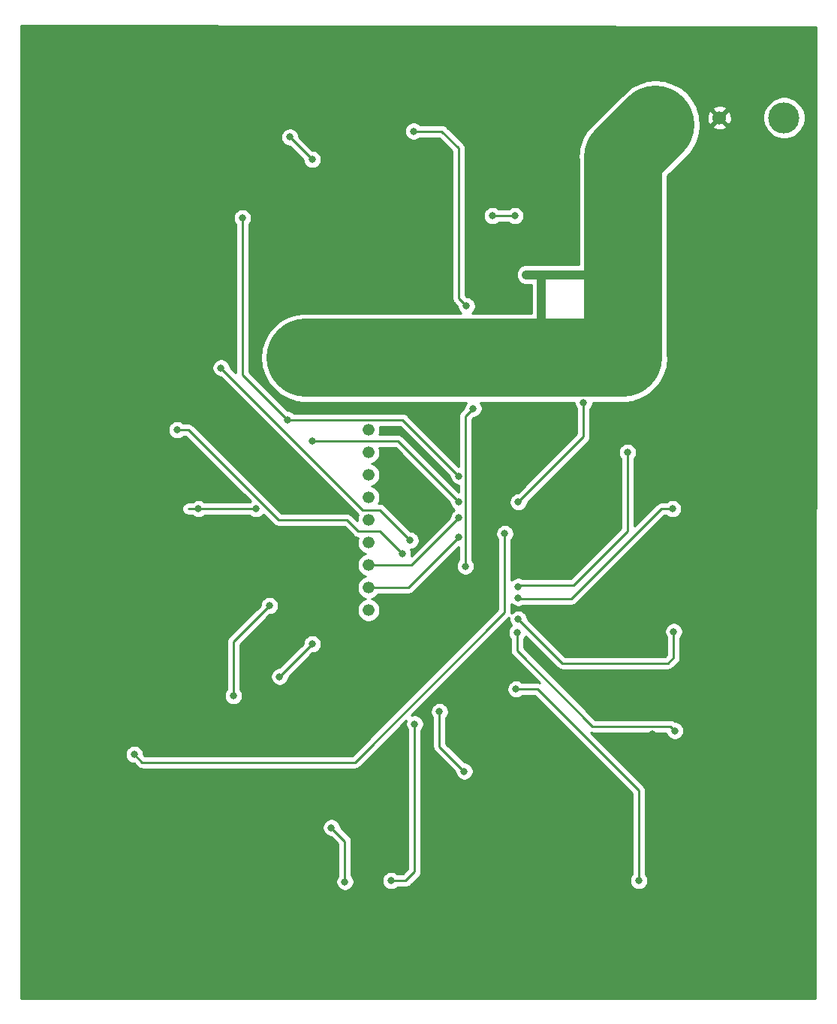
<source format=gbr>
%TF.GenerationSoftware,KiCad,Pcbnew,(5.1.9)-1*%
%TF.CreationDate,2021-03-30T13:50:55+05:30*%
%TF.ProjectId,LightStage,4c696768-7453-4746-9167-652e6b696361,rev?*%
%TF.SameCoordinates,Original*%
%TF.FileFunction,Copper,L2,Bot*%
%TF.FilePolarity,Positive*%
%FSLAX46Y46*%
G04 Gerber Fmt 4.6, Leading zero omitted, Abs format (unit mm)*
G04 Created by KiCad (PCBNEW (5.1.9)-1) date 2021-03-30 13:50:55*
%MOMM*%
%LPD*%
G01*
G04 APERTURE LIST*
%TA.AperFunction,ComponentPad*%
%ADD10C,3.500000*%
%TD*%
%TA.AperFunction,ComponentPad*%
%ADD11C,1.524000*%
%TD*%
%TA.AperFunction,ComponentPad*%
%ADD12C,1.340000*%
%TD*%
%TA.AperFunction,ViaPad*%
%ADD13C,0.800000*%
%TD*%
%TA.AperFunction,Conductor*%
%ADD14C,0.250000*%
%TD*%
%TA.AperFunction,Conductor*%
%ADD15C,8.800000*%
%TD*%
%TA.AperFunction,Conductor*%
%ADD16C,0.400000*%
%TD*%
%TA.AperFunction,Conductor*%
%ADD17C,1.000000*%
%TD*%
%TA.AperFunction,Conductor*%
%ADD18C,8.780000*%
%TD*%
%TA.AperFunction,Conductor*%
%ADD19C,0.254000*%
%TD*%
%TA.AperFunction,Conductor*%
%ADD20C,0.100000*%
%TD*%
G04 APERTURE END LIST*
D10*
%TO.P,J2,*%
%TO.N,*%
X117475000Y-51689000D03*
D11*
%TO.P,J2,2*%
%TO.N,GND*%
X110172500Y-51689000D03*
%TO.P,J2,1*%
%TO.N,24V*%
X104648000Y-51689000D03*
%TD*%
D12*
%TO.P,RN1,9*%
%TO.N,Net-(RN1-Pad9)*%
X70612000Y-107188000D03*
%TO.P,RN1,8*%
%TO.N,OE*%
X70612000Y-104648000D03*
%TO.P,RN1,7*%
%TO.N,A5*%
X70612000Y-102108000D03*
%TO.P,RN1,6*%
%TO.N,A4*%
X70612000Y-99568000D03*
%TO.P,RN1,5*%
%TO.N,A3*%
X70612000Y-97028000D03*
%TO.P,RN1,4*%
%TO.N,A2*%
X70612000Y-94488000D03*
%TO.P,RN1,3*%
%TO.N,A1*%
X70612000Y-91948000D03*
%TO.P,RN1,2*%
%TO.N,A0*%
X70612000Y-89408000D03*
%TO.P,RN1,1*%
%TO.N,GND*%
X70612000Y-86868000D03*
%TD*%
D13*
%TO.N,GND*%
X109474000Y-121285000D03*
X102616000Y-121158000D03*
X102235000Y-140589000D03*
X103632000Y-133858000D03*
X89916000Y-137033000D03*
X62103000Y-135763000D03*
X67437000Y-129032000D03*
X75692000Y-138303000D03*
X80010000Y-107569000D03*
X83566000Y-116078000D03*
X68072000Y-111125000D03*
X40640000Y-94107000D03*
X40767000Y-82550000D03*
X40767000Y-70485000D03*
X40386000Y-105664000D03*
X90678000Y-63373000D03*
X44577000Y-58293000D03*
X65786000Y-59944000D03*
X84963000Y-92710000D03*
X84963000Y-126365000D03*
X78613000Y-127381000D03*
X49022000Y-71374000D03*
X49149000Y-82804000D03*
X50038000Y-92075000D03*
X54610000Y-105791000D03*
X48895000Y-94488000D03*
X51562000Y-76708000D03*
X46609000Y-50800000D03*
X60452000Y-49911000D03*
X59563000Y-55245000D03*
X73533000Y-55245000D03*
X88900000Y-49784000D03*
X103505000Y-83058000D03*
X107696000Y-95631000D03*
X58293000Y-89916000D03*
X75438000Y-88138000D03*
X76835000Y-92837000D03*
X79248000Y-86233000D03*
X82931000Y-98171000D03*
X66040000Y-71628000D03*
%TO.N,5V*%
X61468000Y-85725000D03*
X80808990Y-92075000D03*
X55372000Y-116840000D03*
X59436002Y-106680000D03*
X56388000Y-62992000D03*
%TO.N,24V*%
X68072000Y-75438000D03*
X61722000Y-76708000D03*
X63500000Y-78740000D03*
X64262000Y-81788000D03*
X69342000Y-81788000D03*
X79502000Y-75438000D03*
X86233000Y-75057000D03*
X93599000Y-76200000D03*
X92456000Y-75946000D03*
X90932000Y-76073000D03*
X89662000Y-76200000D03*
X88519000Y-75946000D03*
X87376000Y-75946000D03*
X86233000Y-76200000D03*
X85217000Y-76073000D03*
X88392000Y-69380500D03*
X92202000Y-69380500D03*
X75205500Y-75289520D03*
X62992000Y-75692000D03*
%TO.N,A5*%
X80808990Y-96774000D03*
%TO.N,OE*%
X80808990Y-98933000D03*
%TO.N,SCL*%
X85979000Y-98552000D03*
X44196000Y-123443990D03*
%TO.N,SDA*%
X64262000Y-88138000D03*
X64262000Y-110998000D03*
X60579000Y-114681000D03*
X80808990Y-94996000D03*
%TO.N,PWM1*%
X49022000Y-86868000D03*
X74422000Y-100838000D03*
%TO.N,PWM2*%
X57912000Y-95758000D03*
X51435000Y-95758000D03*
%TO.N,PWM0*%
X75311000Y-99314000D03*
X53975000Y-79883000D03*
%TO.N,p_LED4*%
X66421000Y-131699000D03*
X67945000Y-137795000D03*
%TO.N,PWM5*%
X73152000Y-137668000D03*
X75819000Y-120015000D03*
%TO.N,PWM7*%
X101092000Y-137668000D03*
X87249000Y-116078000D03*
%TO.N,PWM6*%
X81407000Y-125349000D03*
X78613000Y-118618000D03*
%TO.N,PWM9*%
X87503000Y-108204000D03*
X105029000Y-109601000D03*
%TO.N,PWM12*%
X87503000Y-94996000D03*
X94869000Y-83820000D03*
%TO.N,PWM13*%
X75692000Y-53213000D03*
X81661000Y-72898000D03*
X82423000Y-84455000D03*
X81534000Y-102235000D03*
%TO.N,PWM14*%
X61742800Y-53868800D03*
X64262000Y-56388000D03*
%TO.N,PWM10*%
X104902000Y-95758000D03*
X87503000Y-105791000D03*
%TO.N,PWM11*%
X99822000Y-89408000D03*
X87503000Y-104521000D03*
%TO.N,PWM8*%
X87376000Y-109728000D03*
X105156000Y-120777000D03*
%TO.N,Net-(C30-Pad2)*%
X87122000Y-62738000D03*
X84582000Y-62738000D03*
%TD*%
D14*
%TO.N,5V*%
X61468000Y-85725000D02*
X74458990Y-85725000D01*
X74458990Y-85725000D02*
X80808990Y-92075000D01*
X55372000Y-116840000D02*
X55372000Y-110744002D01*
X55372000Y-110744002D02*
X59436002Y-106680000D01*
X61468000Y-85725000D02*
X56388000Y-80645000D01*
X56388000Y-80645000D02*
X56388000Y-62992000D01*
%TO.N,24V*%
X92202000Y-78105000D02*
X91567000Y-78740000D01*
X88392000Y-75565000D02*
X91567000Y-78740000D01*
X74930000Y-75057000D02*
X78613000Y-78740000D01*
D15*
X78613000Y-78740000D02*
X72009000Y-78740000D01*
X91567000Y-78740000D02*
X78613000Y-78740000D01*
X72009000Y-78740000D02*
X63500000Y-78740000D01*
D16*
X63500000Y-78740000D02*
X63500000Y-78740000D01*
D17*
X90081500Y-69888500D02*
X90081500Y-74676000D01*
X88392000Y-69380500D02*
X90081500Y-69380500D01*
X90081500Y-69380500D02*
X92202000Y-69380500D01*
X92202000Y-69380500D02*
X95465500Y-69380500D01*
X95465500Y-69380500D02*
X99314000Y-65532000D01*
D15*
X99314000Y-78740000D02*
X91567000Y-78740000D01*
D14*
X99314000Y-52197000D02*
X99314000Y-52578000D01*
D18*
X99314000Y-78740000D02*
X99314000Y-56134000D01*
X99314000Y-56134000D02*
X102997000Y-52451000D01*
D15*
X99314000Y-64008000D02*
X99314000Y-65532000D01*
D14*
%TO.N,A5*%
X75474990Y-102108000D02*
X80808990Y-96774000D01*
X70612000Y-102108000D02*
X75474990Y-102108000D01*
%TO.N,OE*%
X70612000Y-104648000D02*
X75093990Y-104648000D01*
X75093990Y-104648000D02*
X80808990Y-98933000D01*
%TO.N,SCL*%
X69088000Y-124333000D02*
X85979000Y-107442000D01*
X85979000Y-107442000D02*
X85979000Y-98552000D01*
X45085010Y-124333000D02*
X69088000Y-124333000D01*
X44196000Y-123443990D02*
X45085010Y-124333000D01*
%TO.N,SDA*%
X60579000Y-114681000D02*
X64262000Y-110998000D01*
X73950990Y-88138000D02*
X80808990Y-94996000D01*
X64262000Y-88138000D02*
X73950990Y-88138000D01*
%TO.N,PWM1*%
X71882000Y-98298000D02*
X74422000Y-100838000D01*
X68199000Y-97028000D02*
X69469000Y-98298000D01*
X60452000Y-97028000D02*
X68199000Y-97028000D01*
X50292000Y-86868000D02*
X60452000Y-97028000D01*
X69469000Y-98298000D02*
X71882000Y-98298000D01*
X49022000Y-86868000D02*
X50292000Y-86868000D01*
%TO.N,PWM2*%
X57912000Y-95758000D02*
X51435000Y-95758000D01*
X51435000Y-95758000D02*
X50292000Y-95758000D01*
%TO.N,PWM0*%
X69977000Y-95885000D02*
X53975000Y-79883000D01*
X71882000Y-95885000D02*
X69977000Y-95885000D01*
X75311000Y-99314000D02*
X71882000Y-95885000D01*
%TO.N,p_LED4*%
X66421000Y-131699000D02*
X67945000Y-133223000D01*
X67945000Y-133223000D02*
X67945000Y-137795000D01*
%TO.N,PWM5*%
X74803000Y-137668000D02*
X73152000Y-137668000D01*
X75819000Y-136652000D02*
X74803000Y-137668000D01*
X75819000Y-120015000D02*
X75819000Y-136652000D01*
%TO.N,PWM7*%
X101092000Y-127508000D02*
X101092000Y-137668000D01*
X87249000Y-116078000D02*
X89662000Y-116078000D01*
X89662000Y-116078000D02*
X101092000Y-127508000D01*
%TO.N,PWM6*%
X78613000Y-122555000D02*
X81407000Y-125349000D01*
X78613000Y-118618000D02*
X78613000Y-122555000D01*
%TO.N,PWM9*%
X92456000Y-113157000D02*
X87503000Y-108204000D01*
X104394000Y-113157000D02*
X92456000Y-113157000D01*
X105029000Y-112522000D02*
X104394000Y-113157000D01*
X105029000Y-109601000D02*
X105029000Y-112522000D01*
%TO.N,PWM12*%
X94869000Y-87630000D02*
X87503000Y-94996000D01*
X94869000Y-83820000D02*
X94869000Y-87630000D01*
%TO.N,PWM13*%
X80772000Y-72009000D02*
X81661000Y-72898000D01*
X80772000Y-55118000D02*
X80772000Y-72009000D01*
X78867000Y-53213000D02*
X80772000Y-55118000D01*
X75692000Y-53213000D02*
X78867000Y-53213000D01*
X81534000Y-85344000D02*
X81534000Y-102235000D01*
X82423000Y-84455000D02*
X81534000Y-85344000D01*
%TO.N,PWM14*%
X64262000Y-56388000D02*
X61742800Y-53868800D01*
%TO.N,PWM10*%
X103632000Y-95758000D02*
X104902000Y-95758000D01*
X93472000Y-105918000D02*
X103632000Y-95758000D01*
X87630000Y-105918000D02*
X93472000Y-105918000D01*
X87503000Y-105791000D02*
X87630000Y-105918000D01*
%TO.N,PWM11*%
X99822000Y-98298000D02*
X99822000Y-89408000D01*
X93726000Y-104394000D02*
X99822000Y-98298000D01*
X87630000Y-104394000D02*
X93726000Y-104394000D01*
X87503000Y-104521000D02*
X87630000Y-104394000D01*
%TO.N,PWM8*%
X87376000Y-111760000D02*
X87376000Y-109728000D01*
X95885000Y-120269000D02*
X87376000Y-111760000D01*
X104648000Y-120269000D02*
X95885000Y-120269000D01*
X105156000Y-120777000D02*
X104648000Y-120269000D01*
%TO.N,Net-(C30-Pad2)*%
X87122000Y-62738000D02*
X84582000Y-62738000D01*
%TD*%
D19*
%TO.N,GND*%
X121107216Y-41451044D02*
X120981784Y-150953000D01*
X31419000Y-150953000D01*
X31419000Y-131597061D01*
X65386000Y-131597061D01*
X65386000Y-131800939D01*
X65425774Y-132000898D01*
X65503795Y-132189256D01*
X65617063Y-132358774D01*
X65761226Y-132502937D01*
X65930744Y-132616205D01*
X66119102Y-132694226D01*
X66319061Y-132734000D01*
X66381198Y-132734000D01*
X67185000Y-133537803D01*
X67185001Y-137091288D01*
X67141063Y-137135226D01*
X67027795Y-137304744D01*
X66949774Y-137493102D01*
X66910000Y-137693061D01*
X66910000Y-137896939D01*
X66949774Y-138096898D01*
X67027795Y-138285256D01*
X67141063Y-138454774D01*
X67285226Y-138598937D01*
X67454744Y-138712205D01*
X67643102Y-138790226D01*
X67843061Y-138830000D01*
X68046939Y-138830000D01*
X68246898Y-138790226D01*
X68435256Y-138712205D01*
X68604774Y-138598937D01*
X68748937Y-138454774D01*
X68862205Y-138285256D01*
X68940226Y-138096898D01*
X68980000Y-137896939D01*
X68980000Y-137693061D01*
X68940226Y-137493102D01*
X68862205Y-137304744D01*
X68748937Y-137135226D01*
X68705000Y-137091289D01*
X68705000Y-133260322D01*
X68708676Y-133222999D01*
X68705000Y-133185676D01*
X68705000Y-133185667D01*
X68694003Y-133074014D01*
X68650546Y-132930753D01*
X68579974Y-132798724D01*
X68566811Y-132782685D01*
X68508799Y-132711996D01*
X68508795Y-132711992D01*
X68485001Y-132682999D01*
X68456009Y-132659206D01*
X67456000Y-131659198D01*
X67456000Y-131597061D01*
X67416226Y-131397102D01*
X67338205Y-131208744D01*
X67224937Y-131039226D01*
X67080774Y-130895063D01*
X66911256Y-130781795D01*
X66722898Y-130703774D01*
X66522939Y-130664000D01*
X66319061Y-130664000D01*
X66119102Y-130703774D01*
X65930744Y-130781795D01*
X65761226Y-130895063D01*
X65617063Y-131039226D01*
X65503795Y-131208744D01*
X65425774Y-131397102D01*
X65386000Y-131597061D01*
X31419000Y-131597061D01*
X31419000Y-123342051D01*
X43161000Y-123342051D01*
X43161000Y-123545929D01*
X43200774Y-123745888D01*
X43278795Y-123934246D01*
X43392063Y-124103764D01*
X43536226Y-124247927D01*
X43705744Y-124361195D01*
X43894102Y-124439216D01*
X44094061Y-124478990D01*
X44156198Y-124478990D01*
X44521211Y-124844003D01*
X44545009Y-124873001D01*
X44574007Y-124896799D01*
X44660733Y-124967974D01*
X44792763Y-125038546D01*
X44936024Y-125082003D01*
X45047677Y-125093000D01*
X45047687Y-125093000D01*
X45085010Y-125096676D01*
X45122332Y-125093000D01*
X69050678Y-125093000D01*
X69088000Y-125096676D01*
X69125322Y-125093000D01*
X69125333Y-125093000D01*
X69236986Y-125082003D01*
X69380247Y-125038546D01*
X69512276Y-124967974D01*
X69628001Y-124873001D01*
X69651804Y-124843997D01*
X74852819Y-119642983D01*
X74823774Y-119713102D01*
X74784000Y-119913061D01*
X74784000Y-120116939D01*
X74823774Y-120316898D01*
X74901795Y-120505256D01*
X75015063Y-120674774D01*
X75059000Y-120718711D01*
X75059001Y-136337197D01*
X74488199Y-136908000D01*
X73855711Y-136908000D01*
X73811774Y-136864063D01*
X73642256Y-136750795D01*
X73453898Y-136672774D01*
X73253939Y-136633000D01*
X73050061Y-136633000D01*
X72850102Y-136672774D01*
X72661744Y-136750795D01*
X72492226Y-136864063D01*
X72348063Y-137008226D01*
X72234795Y-137177744D01*
X72156774Y-137366102D01*
X72117000Y-137566061D01*
X72117000Y-137769939D01*
X72156774Y-137969898D01*
X72234795Y-138158256D01*
X72348063Y-138327774D01*
X72492226Y-138471937D01*
X72661744Y-138585205D01*
X72850102Y-138663226D01*
X73050061Y-138703000D01*
X73253939Y-138703000D01*
X73453898Y-138663226D01*
X73642256Y-138585205D01*
X73811774Y-138471937D01*
X73855711Y-138428000D01*
X74765678Y-138428000D01*
X74803000Y-138431676D01*
X74840322Y-138428000D01*
X74840333Y-138428000D01*
X74951986Y-138417003D01*
X75095247Y-138373546D01*
X75227276Y-138302974D01*
X75343001Y-138208001D01*
X75366804Y-138178998D01*
X76330003Y-137215799D01*
X76359001Y-137192001D01*
X76411526Y-137127999D01*
X76453974Y-137076277D01*
X76524546Y-136944247D01*
X76535541Y-136908000D01*
X76568003Y-136800986D01*
X76579000Y-136689333D01*
X76579000Y-136689323D01*
X76582676Y-136652000D01*
X76579000Y-136614678D01*
X76579000Y-120718711D01*
X76622937Y-120674774D01*
X76736205Y-120505256D01*
X76814226Y-120316898D01*
X76854000Y-120116939D01*
X76854000Y-119913061D01*
X76814226Y-119713102D01*
X76736205Y-119524744D01*
X76622937Y-119355226D01*
X76478774Y-119211063D01*
X76309256Y-119097795D01*
X76120898Y-119019774D01*
X75920939Y-118980000D01*
X75717061Y-118980000D01*
X75517102Y-119019774D01*
X75446983Y-119048819D01*
X75979741Y-118516061D01*
X77578000Y-118516061D01*
X77578000Y-118719939D01*
X77617774Y-118919898D01*
X77695795Y-119108256D01*
X77809063Y-119277774D01*
X77853000Y-119321711D01*
X77853001Y-122517668D01*
X77849324Y-122555000D01*
X77853001Y-122592333D01*
X77861667Y-122680314D01*
X77863998Y-122703985D01*
X77907454Y-122847246D01*
X77978026Y-122979276D01*
X78049201Y-123066002D01*
X78073000Y-123095001D01*
X78101998Y-123118799D01*
X80372000Y-125388802D01*
X80372000Y-125450939D01*
X80411774Y-125650898D01*
X80489795Y-125839256D01*
X80603063Y-126008774D01*
X80747226Y-126152937D01*
X80916744Y-126266205D01*
X81105102Y-126344226D01*
X81305061Y-126384000D01*
X81508939Y-126384000D01*
X81708898Y-126344226D01*
X81897256Y-126266205D01*
X82066774Y-126152937D01*
X82210937Y-126008774D01*
X82324205Y-125839256D01*
X82402226Y-125650898D01*
X82442000Y-125450939D01*
X82442000Y-125247061D01*
X82402226Y-125047102D01*
X82324205Y-124858744D01*
X82210937Y-124689226D01*
X82066774Y-124545063D01*
X81897256Y-124431795D01*
X81708898Y-124353774D01*
X81508939Y-124314000D01*
X81446802Y-124314000D01*
X79373000Y-122240199D01*
X79373000Y-119321711D01*
X79416937Y-119277774D01*
X79530205Y-119108256D01*
X79608226Y-118919898D01*
X79648000Y-118719939D01*
X79648000Y-118516061D01*
X79608226Y-118316102D01*
X79530205Y-118127744D01*
X79416937Y-117958226D01*
X79272774Y-117814063D01*
X79103256Y-117700795D01*
X78914898Y-117622774D01*
X78714939Y-117583000D01*
X78511061Y-117583000D01*
X78311102Y-117622774D01*
X78122744Y-117700795D01*
X77953226Y-117814063D01*
X77809063Y-117958226D01*
X77695795Y-118127744D01*
X77617774Y-118316102D01*
X77578000Y-118516061D01*
X75979741Y-118516061D01*
X86486439Y-108009363D01*
X86468000Y-108102061D01*
X86468000Y-108305939D01*
X86507774Y-108505898D01*
X86585795Y-108694256D01*
X86699063Y-108863774D01*
X86742078Y-108906789D01*
X86716226Y-108924063D01*
X86572063Y-109068226D01*
X86458795Y-109237744D01*
X86380774Y-109426102D01*
X86341000Y-109626061D01*
X86341000Y-109829939D01*
X86380774Y-110029898D01*
X86458795Y-110218256D01*
X86572063Y-110387774D01*
X86616001Y-110431712D01*
X86616000Y-111722677D01*
X86612324Y-111760000D01*
X86616000Y-111797322D01*
X86616000Y-111797332D01*
X86626997Y-111908985D01*
X86652551Y-111993226D01*
X86670454Y-112052246D01*
X86741026Y-112184276D01*
X86778349Y-112229754D01*
X86835999Y-112300001D01*
X86865003Y-112323804D01*
X89895977Y-115354778D01*
X89810986Y-115328997D01*
X89699333Y-115318000D01*
X89699322Y-115318000D01*
X89662000Y-115314324D01*
X89624678Y-115318000D01*
X87952711Y-115318000D01*
X87908774Y-115274063D01*
X87739256Y-115160795D01*
X87550898Y-115082774D01*
X87350939Y-115043000D01*
X87147061Y-115043000D01*
X86947102Y-115082774D01*
X86758744Y-115160795D01*
X86589226Y-115274063D01*
X86445063Y-115418226D01*
X86331795Y-115587744D01*
X86253774Y-115776102D01*
X86214000Y-115976061D01*
X86214000Y-116179939D01*
X86253774Y-116379898D01*
X86331795Y-116568256D01*
X86445063Y-116737774D01*
X86589226Y-116881937D01*
X86758744Y-116995205D01*
X86947102Y-117073226D01*
X87147061Y-117113000D01*
X87350939Y-117113000D01*
X87550898Y-117073226D01*
X87739256Y-116995205D01*
X87908774Y-116881937D01*
X87952711Y-116838000D01*
X89347199Y-116838000D01*
X100332000Y-127822802D01*
X100332001Y-136964288D01*
X100288063Y-137008226D01*
X100174795Y-137177744D01*
X100096774Y-137366102D01*
X100057000Y-137566061D01*
X100057000Y-137769939D01*
X100096774Y-137969898D01*
X100174795Y-138158256D01*
X100288063Y-138327774D01*
X100432226Y-138471937D01*
X100601744Y-138585205D01*
X100790102Y-138663226D01*
X100990061Y-138703000D01*
X101193939Y-138703000D01*
X101393898Y-138663226D01*
X101582256Y-138585205D01*
X101751774Y-138471937D01*
X101895937Y-138327774D01*
X102009205Y-138158256D01*
X102087226Y-137969898D01*
X102127000Y-137769939D01*
X102127000Y-137566061D01*
X102087226Y-137366102D01*
X102009205Y-137177744D01*
X101895937Y-137008226D01*
X101852000Y-136964289D01*
X101852000Y-127545322D01*
X101855676Y-127507999D01*
X101852000Y-127470677D01*
X101852000Y-127470667D01*
X101841003Y-127359014D01*
X101797546Y-127215753D01*
X101726975Y-127083725D01*
X101726974Y-127083723D01*
X101655799Y-126996997D01*
X101632001Y-126967999D01*
X101603004Y-126944202D01*
X95651023Y-120992222D01*
X95736014Y-121018003D01*
X95847667Y-121029000D01*
X95847676Y-121029000D01*
X95884999Y-121032676D01*
X95922322Y-121029000D01*
X104150849Y-121029000D01*
X104160774Y-121078898D01*
X104238795Y-121267256D01*
X104352063Y-121436774D01*
X104496226Y-121580937D01*
X104665744Y-121694205D01*
X104854102Y-121772226D01*
X105054061Y-121812000D01*
X105257939Y-121812000D01*
X105457898Y-121772226D01*
X105646256Y-121694205D01*
X105815774Y-121580937D01*
X105959937Y-121436774D01*
X106073205Y-121267256D01*
X106151226Y-121078898D01*
X106191000Y-120878939D01*
X106191000Y-120675061D01*
X106151226Y-120475102D01*
X106073205Y-120286744D01*
X105959937Y-120117226D01*
X105815774Y-119973063D01*
X105646256Y-119859795D01*
X105457898Y-119781774D01*
X105257939Y-119742000D01*
X105198671Y-119742000D01*
X105188001Y-119728999D01*
X105072276Y-119634026D01*
X104940247Y-119563454D01*
X104796986Y-119519997D01*
X104685333Y-119509000D01*
X104685322Y-119509000D01*
X104648000Y-119505324D01*
X104610678Y-119509000D01*
X96199802Y-119509000D01*
X88136000Y-111445199D01*
X88136000Y-110431711D01*
X88179937Y-110387774D01*
X88293205Y-110218256D01*
X88336919Y-110112721D01*
X91892201Y-113668003D01*
X91915999Y-113697001D01*
X92031724Y-113791974D01*
X92163753Y-113862546D01*
X92307014Y-113906003D01*
X92418667Y-113917000D01*
X92418675Y-113917000D01*
X92456000Y-113920676D01*
X92493325Y-113917000D01*
X104356678Y-113917000D01*
X104394000Y-113920676D01*
X104431322Y-113917000D01*
X104431333Y-113917000D01*
X104542986Y-113906003D01*
X104686247Y-113862546D01*
X104818276Y-113791974D01*
X104934001Y-113697001D01*
X104957803Y-113667998D01*
X105540002Y-113085800D01*
X105569001Y-113062001D01*
X105663974Y-112946276D01*
X105734546Y-112814247D01*
X105778003Y-112670986D01*
X105789000Y-112559333D01*
X105792677Y-112522000D01*
X105789000Y-112484667D01*
X105789000Y-110304711D01*
X105832937Y-110260774D01*
X105946205Y-110091256D01*
X106024226Y-109902898D01*
X106064000Y-109702939D01*
X106064000Y-109499061D01*
X106024226Y-109299102D01*
X105946205Y-109110744D01*
X105832937Y-108941226D01*
X105688774Y-108797063D01*
X105519256Y-108683795D01*
X105330898Y-108605774D01*
X105130939Y-108566000D01*
X104927061Y-108566000D01*
X104727102Y-108605774D01*
X104538744Y-108683795D01*
X104369226Y-108797063D01*
X104225063Y-108941226D01*
X104111795Y-109110744D01*
X104033774Y-109299102D01*
X103994000Y-109499061D01*
X103994000Y-109702939D01*
X104033774Y-109902898D01*
X104111795Y-110091256D01*
X104225063Y-110260774D01*
X104269000Y-110304711D01*
X104269001Y-112207197D01*
X104079199Y-112397000D01*
X92770802Y-112397000D01*
X88538000Y-108164199D01*
X88538000Y-108102061D01*
X88498226Y-107902102D01*
X88420205Y-107713744D01*
X88306937Y-107544226D01*
X88162774Y-107400063D01*
X87993256Y-107286795D01*
X87804898Y-107208774D01*
X87604939Y-107169000D01*
X87401061Y-107169000D01*
X87201102Y-107208774D01*
X87012744Y-107286795D01*
X86843226Y-107400063D01*
X86736273Y-107507016D01*
X86739000Y-107479333D01*
X86739000Y-107479324D01*
X86742676Y-107442001D01*
X86739000Y-107404678D01*
X86739000Y-106490711D01*
X86843226Y-106594937D01*
X87012744Y-106708205D01*
X87201102Y-106786226D01*
X87401061Y-106826000D01*
X87604939Y-106826000D01*
X87804898Y-106786226D01*
X87993256Y-106708205D01*
X88038461Y-106678000D01*
X93434678Y-106678000D01*
X93472000Y-106681676D01*
X93509322Y-106678000D01*
X93509333Y-106678000D01*
X93620986Y-106667003D01*
X93764247Y-106623546D01*
X93896276Y-106552974D01*
X94012001Y-106458001D01*
X94035804Y-106428997D01*
X103946802Y-96518000D01*
X104198289Y-96518000D01*
X104242226Y-96561937D01*
X104411744Y-96675205D01*
X104600102Y-96753226D01*
X104800061Y-96793000D01*
X105003939Y-96793000D01*
X105203898Y-96753226D01*
X105392256Y-96675205D01*
X105561774Y-96561937D01*
X105705937Y-96417774D01*
X105819205Y-96248256D01*
X105897226Y-96059898D01*
X105937000Y-95859939D01*
X105937000Y-95656061D01*
X105897226Y-95456102D01*
X105819205Y-95267744D01*
X105705937Y-95098226D01*
X105561774Y-94954063D01*
X105392256Y-94840795D01*
X105203898Y-94762774D01*
X105003939Y-94723000D01*
X104800061Y-94723000D01*
X104600102Y-94762774D01*
X104411744Y-94840795D01*
X104242226Y-94954063D01*
X104198289Y-94998000D01*
X103669325Y-94998000D01*
X103632000Y-94994324D01*
X103594675Y-94998000D01*
X103594667Y-94998000D01*
X103483014Y-95008997D01*
X103339753Y-95052454D01*
X103207724Y-95123026D01*
X103091999Y-95217999D01*
X103068201Y-95246997D01*
X100582000Y-97733198D01*
X100582000Y-90111711D01*
X100625937Y-90067774D01*
X100739205Y-89898256D01*
X100817226Y-89709898D01*
X100857000Y-89509939D01*
X100857000Y-89306061D01*
X100817226Y-89106102D01*
X100739205Y-88917744D01*
X100625937Y-88748226D01*
X100481774Y-88604063D01*
X100312256Y-88490795D01*
X100123898Y-88412774D01*
X99923939Y-88373000D01*
X99720061Y-88373000D01*
X99520102Y-88412774D01*
X99331744Y-88490795D01*
X99162226Y-88604063D01*
X99018063Y-88748226D01*
X98904795Y-88917744D01*
X98826774Y-89106102D01*
X98787000Y-89306061D01*
X98787000Y-89509939D01*
X98826774Y-89709898D01*
X98904795Y-89898256D01*
X99018063Y-90067774D01*
X99062001Y-90111712D01*
X99062000Y-97983198D01*
X93411199Y-103634000D01*
X88038461Y-103634000D01*
X87993256Y-103603795D01*
X87804898Y-103525774D01*
X87604939Y-103486000D01*
X87401061Y-103486000D01*
X87201102Y-103525774D01*
X87012744Y-103603795D01*
X86843226Y-103717063D01*
X86739000Y-103821289D01*
X86739000Y-99255711D01*
X86782937Y-99211774D01*
X86896205Y-99042256D01*
X86974226Y-98853898D01*
X87014000Y-98653939D01*
X87014000Y-98450061D01*
X86974226Y-98250102D01*
X86896205Y-98061744D01*
X86782937Y-97892226D01*
X86638774Y-97748063D01*
X86469256Y-97634795D01*
X86280898Y-97556774D01*
X86080939Y-97517000D01*
X85877061Y-97517000D01*
X85677102Y-97556774D01*
X85488744Y-97634795D01*
X85319226Y-97748063D01*
X85175063Y-97892226D01*
X85061795Y-98061744D01*
X84983774Y-98250102D01*
X84944000Y-98450061D01*
X84944000Y-98653939D01*
X84983774Y-98853898D01*
X85061795Y-99042256D01*
X85175063Y-99211774D01*
X85219001Y-99255712D01*
X85219000Y-107127198D01*
X68773199Y-123573000D01*
X45399812Y-123573000D01*
X45231000Y-123404188D01*
X45231000Y-123342051D01*
X45191226Y-123142092D01*
X45113205Y-122953734D01*
X44999937Y-122784216D01*
X44855774Y-122640053D01*
X44686256Y-122526785D01*
X44497898Y-122448764D01*
X44297939Y-122408990D01*
X44094061Y-122408990D01*
X43894102Y-122448764D01*
X43705744Y-122526785D01*
X43536226Y-122640053D01*
X43392063Y-122784216D01*
X43278795Y-122953734D01*
X43200774Y-123142092D01*
X43161000Y-123342051D01*
X31419000Y-123342051D01*
X31419000Y-116738061D01*
X54337000Y-116738061D01*
X54337000Y-116941939D01*
X54376774Y-117141898D01*
X54454795Y-117330256D01*
X54568063Y-117499774D01*
X54712226Y-117643937D01*
X54881744Y-117757205D01*
X55070102Y-117835226D01*
X55270061Y-117875000D01*
X55473939Y-117875000D01*
X55673898Y-117835226D01*
X55862256Y-117757205D01*
X56031774Y-117643937D01*
X56175937Y-117499774D01*
X56289205Y-117330256D01*
X56367226Y-117141898D01*
X56407000Y-116941939D01*
X56407000Y-116738061D01*
X56367226Y-116538102D01*
X56289205Y-116349744D01*
X56175937Y-116180226D01*
X56132000Y-116136289D01*
X56132000Y-114579061D01*
X59544000Y-114579061D01*
X59544000Y-114782939D01*
X59583774Y-114982898D01*
X59661795Y-115171256D01*
X59775063Y-115340774D01*
X59919226Y-115484937D01*
X60088744Y-115598205D01*
X60277102Y-115676226D01*
X60477061Y-115716000D01*
X60680939Y-115716000D01*
X60880898Y-115676226D01*
X61069256Y-115598205D01*
X61238774Y-115484937D01*
X61382937Y-115340774D01*
X61496205Y-115171256D01*
X61574226Y-114982898D01*
X61614000Y-114782939D01*
X61614000Y-114720801D01*
X64301802Y-112033000D01*
X64363939Y-112033000D01*
X64563898Y-111993226D01*
X64752256Y-111915205D01*
X64921774Y-111801937D01*
X65065937Y-111657774D01*
X65179205Y-111488256D01*
X65257226Y-111299898D01*
X65297000Y-111099939D01*
X65297000Y-110896061D01*
X65257226Y-110696102D01*
X65179205Y-110507744D01*
X65065937Y-110338226D01*
X64921774Y-110194063D01*
X64752256Y-110080795D01*
X64563898Y-110002774D01*
X64363939Y-109963000D01*
X64160061Y-109963000D01*
X63960102Y-110002774D01*
X63771744Y-110080795D01*
X63602226Y-110194063D01*
X63458063Y-110338226D01*
X63344795Y-110507744D01*
X63266774Y-110696102D01*
X63227000Y-110896061D01*
X63227000Y-110958198D01*
X60539199Y-113646000D01*
X60477061Y-113646000D01*
X60277102Y-113685774D01*
X60088744Y-113763795D01*
X59919226Y-113877063D01*
X59775063Y-114021226D01*
X59661795Y-114190744D01*
X59583774Y-114379102D01*
X59544000Y-114579061D01*
X56132000Y-114579061D01*
X56132000Y-111058803D01*
X59475804Y-107715000D01*
X59537941Y-107715000D01*
X59737900Y-107675226D01*
X59926258Y-107597205D01*
X60095776Y-107483937D01*
X60239939Y-107339774D01*
X60353207Y-107170256D01*
X60431228Y-106981898D01*
X60471002Y-106781939D01*
X60471002Y-106578061D01*
X60431228Y-106378102D01*
X60353207Y-106189744D01*
X60239939Y-106020226D01*
X60095776Y-105876063D01*
X59926258Y-105762795D01*
X59737900Y-105684774D01*
X59537941Y-105645000D01*
X59334063Y-105645000D01*
X59134104Y-105684774D01*
X58945746Y-105762795D01*
X58776228Y-105876063D01*
X58632065Y-106020226D01*
X58518797Y-106189744D01*
X58440776Y-106378102D01*
X58401002Y-106578061D01*
X58401002Y-106640198D01*
X54860998Y-110180203D01*
X54832000Y-110204001D01*
X54808202Y-110232999D01*
X54808201Y-110233000D01*
X54737026Y-110319726D01*
X54666454Y-110451756D01*
X54622998Y-110595017D01*
X54608324Y-110744002D01*
X54612001Y-110781334D01*
X54612000Y-116136289D01*
X54568063Y-116180226D01*
X54454795Y-116349744D01*
X54376774Y-116538102D01*
X54337000Y-116738061D01*
X31419000Y-116738061D01*
X31419000Y-86766061D01*
X47987000Y-86766061D01*
X47987000Y-86969939D01*
X48026774Y-87169898D01*
X48104795Y-87358256D01*
X48218063Y-87527774D01*
X48362226Y-87671937D01*
X48531744Y-87785205D01*
X48720102Y-87863226D01*
X48920061Y-87903000D01*
X49123939Y-87903000D01*
X49323898Y-87863226D01*
X49512256Y-87785205D01*
X49681774Y-87671937D01*
X49725711Y-87628000D01*
X49977199Y-87628000D01*
X57282819Y-94933621D01*
X57252226Y-94954063D01*
X57208289Y-94998000D01*
X52138711Y-94998000D01*
X52094774Y-94954063D01*
X51925256Y-94840795D01*
X51736898Y-94762774D01*
X51536939Y-94723000D01*
X51333061Y-94723000D01*
X51133102Y-94762774D01*
X50944744Y-94840795D01*
X50775226Y-94954063D01*
X50731289Y-94998000D01*
X50254667Y-94998000D01*
X50143014Y-95008997D01*
X49999753Y-95052454D01*
X49867724Y-95123026D01*
X49751999Y-95217999D01*
X49657026Y-95333724D01*
X49586454Y-95465753D01*
X49542997Y-95609014D01*
X49528323Y-95758000D01*
X49542997Y-95906986D01*
X49586454Y-96050247D01*
X49657026Y-96182276D01*
X49751999Y-96298001D01*
X49867724Y-96392974D01*
X49999753Y-96463546D01*
X50143014Y-96507003D01*
X50254667Y-96518000D01*
X50731289Y-96518000D01*
X50775226Y-96561937D01*
X50944744Y-96675205D01*
X51133102Y-96753226D01*
X51333061Y-96793000D01*
X51536939Y-96793000D01*
X51736898Y-96753226D01*
X51925256Y-96675205D01*
X52094774Y-96561937D01*
X52138711Y-96518000D01*
X57208289Y-96518000D01*
X57252226Y-96561937D01*
X57421744Y-96675205D01*
X57610102Y-96753226D01*
X57810061Y-96793000D01*
X58013939Y-96793000D01*
X58213898Y-96753226D01*
X58402256Y-96675205D01*
X58571774Y-96561937D01*
X58715937Y-96417774D01*
X58736379Y-96387181D01*
X59888200Y-97539002D01*
X59911999Y-97568001D01*
X60027724Y-97662974D01*
X60159753Y-97733546D01*
X60303014Y-97777003D01*
X60414667Y-97788000D01*
X60414675Y-97788000D01*
X60452000Y-97791676D01*
X60489325Y-97788000D01*
X67884199Y-97788000D01*
X68905200Y-98809002D01*
X68928999Y-98838001D01*
X69044724Y-98932974D01*
X69176753Y-99003546D01*
X69320014Y-99047003D01*
X69411548Y-99056018D01*
X69357151Y-99187346D01*
X69307000Y-99439469D01*
X69307000Y-99696531D01*
X69357151Y-99948654D01*
X69455524Y-100186149D01*
X69598341Y-100399889D01*
X69780111Y-100581659D01*
X69993851Y-100724476D01*
X70231346Y-100822849D01*
X70307514Y-100838000D01*
X70231346Y-100853151D01*
X69993851Y-100951524D01*
X69780111Y-101094341D01*
X69598341Y-101276111D01*
X69455524Y-101489851D01*
X69357151Y-101727346D01*
X69307000Y-101979469D01*
X69307000Y-102236531D01*
X69357151Y-102488654D01*
X69455524Y-102726149D01*
X69598341Y-102939889D01*
X69780111Y-103121659D01*
X69993851Y-103264476D01*
X70231346Y-103362849D01*
X70307514Y-103378000D01*
X70231346Y-103393151D01*
X69993851Y-103491524D01*
X69780111Y-103634341D01*
X69598341Y-103816111D01*
X69455524Y-104029851D01*
X69357151Y-104267346D01*
X69307000Y-104519469D01*
X69307000Y-104776531D01*
X69357151Y-105028654D01*
X69455524Y-105266149D01*
X69598341Y-105479889D01*
X69780111Y-105661659D01*
X69993851Y-105804476D01*
X70231346Y-105902849D01*
X70307514Y-105918000D01*
X70231346Y-105933151D01*
X69993851Y-106031524D01*
X69780111Y-106174341D01*
X69598341Y-106356111D01*
X69455524Y-106569851D01*
X69357151Y-106807346D01*
X69307000Y-107059469D01*
X69307000Y-107316531D01*
X69357151Y-107568654D01*
X69455524Y-107806149D01*
X69598341Y-108019889D01*
X69780111Y-108201659D01*
X69993851Y-108344476D01*
X70231346Y-108442849D01*
X70483469Y-108493000D01*
X70740531Y-108493000D01*
X70992654Y-108442849D01*
X71230149Y-108344476D01*
X71443889Y-108201659D01*
X71625659Y-108019889D01*
X71768476Y-107806149D01*
X71866849Y-107568654D01*
X71917000Y-107316531D01*
X71917000Y-107059469D01*
X71866849Y-106807346D01*
X71768476Y-106569851D01*
X71625659Y-106356111D01*
X71443889Y-106174341D01*
X71230149Y-106031524D01*
X70992654Y-105933151D01*
X70916486Y-105918000D01*
X70992654Y-105902849D01*
X71230149Y-105804476D01*
X71443889Y-105661659D01*
X71625659Y-105479889D01*
X71673694Y-105408000D01*
X75056668Y-105408000D01*
X75093990Y-105411676D01*
X75131312Y-105408000D01*
X75131323Y-105408000D01*
X75242976Y-105397003D01*
X75386237Y-105353546D01*
X75518266Y-105282974D01*
X75633991Y-105188001D01*
X75657794Y-105158997D01*
X80774001Y-100042791D01*
X80774001Y-101531288D01*
X80730063Y-101575226D01*
X80616795Y-101744744D01*
X80538774Y-101933102D01*
X80499000Y-102133061D01*
X80499000Y-102336939D01*
X80538774Y-102536898D01*
X80616795Y-102725256D01*
X80730063Y-102894774D01*
X80874226Y-103038937D01*
X81043744Y-103152205D01*
X81232102Y-103230226D01*
X81432061Y-103270000D01*
X81635939Y-103270000D01*
X81835898Y-103230226D01*
X82024256Y-103152205D01*
X82193774Y-103038937D01*
X82337937Y-102894774D01*
X82451205Y-102725256D01*
X82529226Y-102536898D01*
X82569000Y-102336939D01*
X82569000Y-102133061D01*
X82529226Y-101933102D01*
X82451205Y-101744744D01*
X82337937Y-101575226D01*
X82294000Y-101531289D01*
X82294000Y-85658801D01*
X82462801Y-85490000D01*
X82524939Y-85490000D01*
X82724898Y-85450226D01*
X82913256Y-85372205D01*
X83082774Y-85258937D01*
X83226937Y-85114774D01*
X83340205Y-84945256D01*
X83418226Y-84756898D01*
X83458000Y-84556939D01*
X83458000Y-84353061D01*
X83418226Y-84153102D01*
X83340205Y-83964744D01*
X83226937Y-83795226D01*
X83206711Y-83775000D01*
X93834000Y-83775000D01*
X93834000Y-83921939D01*
X93873774Y-84121898D01*
X93951795Y-84310256D01*
X94065063Y-84479774D01*
X94109000Y-84523711D01*
X94109001Y-87315197D01*
X87463199Y-93961000D01*
X87401061Y-93961000D01*
X87201102Y-94000774D01*
X87012744Y-94078795D01*
X86843226Y-94192063D01*
X86699063Y-94336226D01*
X86585795Y-94505744D01*
X86507774Y-94694102D01*
X86468000Y-94894061D01*
X86468000Y-95097939D01*
X86507774Y-95297898D01*
X86585795Y-95486256D01*
X86699063Y-95655774D01*
X86843226Y-95799937D01*
X87012744Y-95913205D01*
X87201102Y-95991226D01*
X87401061Y-96031000D01*
X87604939Y-96031000D01*
X87804898Y-95991226D01*
X87993256Y-95913205D01*
X88162774Y-95799937D01*
X88306937Y-95655774D01*
X88420205Y-95486256D01*
X88498226Y-95297898D01*
X88538000Y-95097939D01*
X88538000Y-95035801D01*
X95380003Y-88193799D01*
X95409001Y-88170001D01*
X95461171Y-88106432D01*
X95503974Y-88054277D01*
X95574546Y-87922247D01*
X95580384Y-87903000D01*
X95618003Y-87778986D01*
X95629000Y-87667333D01*
X95629000Y-87667324D01*
X95632676Y-87630001D01*
X95629000Y-87592678D01*
X95629000Y-84523711D01*
X95672937Y-84479774D01*
X95786205Y-84310256D01*
X95864226Y-84121898D01*
X95904000Y-83921939D01*
X95904000Y-83775000D01*
X99168677Y-83775000D01*
X99314000Y-83789313D01*
X99459322Y-83775000D01*
X99561352Y-83775000D01*
X100301033Y-83702148D01*
X101250134Y-83414241D01*
X102124831Y-82946706D01*
X102891509Y-82317509D01*
X103520706Y-81550831D01*
X103988241Y-80676134D01*
X104276148Y-79727033D01*
X104373362Y-78740000D01*
X104339000Y-78391116D01*
X104339000Y-65880883D01*
X104349000Y-65779351D01*
X104349000Y-63760648D01*
X104339000Y-63659116D01*
X104339000Y-58215423D01*
X106724764Y-55829660D01*
X107195350Y-55256248D01*
X107661956Y-54383289D01*
X107949291Y-53436072D01*
X108026262Y-52654565D01*
X109386540Y-52654565D01*
X109453520Y-52894656D01*
X109702548Y-53011756D01*
X109969635Y-53078023D01*
X110244517Y-53090910D01*
X110516633Y-53049922D01*
X110775523Y-52956636D01*
X110891480Y-52894656D01*
X110958460Y-52654565D01*
X110172500Y-51868605D01*
X109386540Y-52654565D01*
X108026262Y-52654565D01*
X108046312Y-52451000D01*
X107978355Y-51761017D01*
X108770590Y-51761017D01*
X108811578Y-52033133D01*
X108904864Y-52292023D01*
X108966844Y-52407980D01*
X109206935Y-52474960D01*
X109992895Y-51689000D01*
X110352105Y-51689000D01*
X111138065Y-52474960D01*
X111378156Y-52407980D01*
X111495256Y-52158952D01*
X111561523Y-51891865D01*
X111574410Y-51616983D01*
X111549876Y-51454098D01*
X115090000Y-51454098D01*
X115090000Y-51923902D01*
X115181654Y-52384679D01*
X115361440Y-52818721D01*
X115622450Y-53209349D01*
X115954651Y-53541550D01*
X116345279Y-53802560D01*
X116779321Y-53982346D01*
X117240098Y-54074000D01*
X117709902Y-54074000D01*
X118170679Y-53982346D01*
X118604721Y-53802560D01*
X118995349Y-53541550D01*
X119327550Y-53209349D01*
X119588560Y-52818721D01*
X119768346Y-52384679D01*
X119860000Y-51923902D01*
X119860000Y-51454098D01*
X119768346Y-50993321D01*
X119588560Y-50559279D01*
X119327550Y-50168651D01*
X118995349Y-49836450D01*
X118604721Y-49575440D01*
X118170679Y-49395654D01*
X117709902Y-49304000D01*
X117240098Y-49304000D01*
X116779321Y-49395654D01*
X116345279Y-49575440D01*
X115954651Y-49836450D01*
X115622450Y-50168651D01*
X115361440Y-50559279D01*
X115181654Y-50993321D01*
X115090000Y-51454098D01*
X111549876Y-51454098D01*
X111533422Y-51344867D01*
X111440136Y-51085977D01*
X111378156Y-50970020D01*
X111138065Y-50903040D01*
X110352105Y-51689000D01*
X109992895Y-51689000D01*
X109206935Y-50903040D01*
X108966844Y-50970020D01*
X108849744Y-51219048D01*
X108783477Y-51486135D01*
X108770590Y-51761017D01*
X107978355Y-51761017D01*
X107949291Y-51465928D01*
X107724059Y-50723435D01*
X109386540Y-50723435D01*
X110172500Y-51509395D01*
X110958460Y-50723435D01*
X110891480Y-50483344D01*
X110642452Y-50366244D01*
X110375365Y-50299977D01*
X110100483Y-50287090D01*
X109828367Y-50328078D01*
X109569477Y-50421364D01*
X109453520Y-50483344D01*
X109386540Y-50723435D01*
X107724059Y-50723435D01*
X107661956Y-50518711D01*
X107195350Y-49645752D01*
X106567403Y-48880597D01*
X105802248Y-48252650D01*
X104929289Y-47786044D01*
X103982072Y-47498709D01*
X102997000Y-47401688D01*
X102011928Y-47498709D01*
X101064711Y-47786044D01*
X100191752Y-48252650D01*
X99618340Y-48723236D01*
X95935337Y-52406240D01*
X95743598Y-52563597D01*
X95586241Y-52755337D01*
X95586237Y-52755341D01*
X95115650Y-53328752D01*
X94687265Y-54130205D01*
X94649044Y-54201712D01*
X94361709Y-55148928D01*
X94330008Y-55470795D01*
X94264688Y-56134000D01*
X94289001Y-56380854D01*
X94289001Y-63659110D01*
X94279000Y-63760649D01*
X94279000Y-65779352D01*
X94289001Y-65880890D01*
X94289000Y-68245500D01*
X88336248Y-68245500D01*
X88169501Y-68261923D01*
X87955553Y-68326824D01*
X87758377Y-68432216D01*
X87585551Y-68574051D01*
X87443716Y-68746877D01*
X87338324Y-68944053D01*
X87273423Y-69158001D01*
X87251509Y-69380500D01*
X87273423Y-69602999D01*
X87338324Y-69816947D01*
X87443716Y-70014123D01*
X87585551Y-70186949D01*
X87758377Y-70328784D01*
X87955553Y-70434176D01*
X88169501Y-70499077D01*
X88336248Y-70515500D01*
X88946500Y-70515500D01*
X88946501Y-73705000D01*
X82316190Y-73705000D01*
X82320774Y-73701937D01*
X82464937Y-73557774D01*
X82578205Y-73388256D01*
X82656226Y-73199898D01*
X82696000Y-72999939D01*
X82696000Y-72796061D01*
X82656226Y-72596102D01*
X82578205Y-72407744D01*
X82464937Y-72238226D01*
X82320774Y-72094063D01*
X82151256Y-71980795D01*
X81962898Y-71902774D01*
X81762939Y-71863000D01*
X81700801Y-71863000D01*
X81532000Y-71694199D01*
X81532000Y-62636061D01*
X83547000Y-62636061D01*
X83547000Y-62839939D01*
X83586774Y-63039898D01*
X83664795Y-63228256D01*
X83778063Y-63397774D01*
X83922226Y-63541937D01*
X84091744Y-63655205D01*
X84280102Y-63733226D01*
X84480061Y-63773000D01*
X84683939Y-63773000D01*
X84883898Y-63733226D01*
X85072256Y-63655205D01*
X85241774Y-63541937D01*
X85285711Y-63498000D01*
X86418289Y-63498000D01*
X86462226Y-63541937D01*
X86631744Y-63655205D01*
X86820102Y-63733226D01*
X87020061Y-63773000D01*
X87223939Y-63773000D01*
X87423898Y-63733226D01*
X87612256Y-63655205D01*
X87781774Y-63541937D01*
X87925937Y-63397774D01*
X88039205Y-63228256D01*
X88117226Y-63039898D01*
X88157000Y-62839939D01*
X88157000Y-62636061D01*
X88117226Y-62436102D01*
X88039205Y-62247744D01*
X87925937Y-62078226D01*
X87781774Y-61934063D01*
X87612256Y-61820795D01*
X87423898Y-61742774D01*
X87223939Y-61703000D01*
X87020061Y-61703000D01*
X86820102Y-61742774D01*
X86631744Y-61820795D01*
X86462226Y-61934063D01*
X86418289Y-61978000D01*
X85285711Y-61978000D01*
X85241774Y-61934063D01*
X85072256Y-61820795D01*
X84883898Y-61742774D01*
X84683939Y-61703000D01*
X84480061Y-61703000D01*
X84280102Y-61742774D01*
X84091744Y-61820795D01*
X83922226Y-61934063D01*
X83778063Y-62078226D01*
X83664795Y-62247744D01*
X83586774Y-62436102D01*
X83547000Y-62636061D01*
X81532000Y-62636061D01*
X81532000Y-55155323D01*
X81535676Y-55118000D01*
X81532000Y-55080677D01*
X81532000Y-55080667D01*
X81521003Y-54969014D01*
X81477546Y-54825753D01*
X81406974Y-54693724D01*
X81312001Y-54577999D01*
X81283004Y-54554202D01*
X79430804Y-52702003D01*
X79407001Y-52672999D01*
X79291276Y-52578026D01*
X79159247Y-52507454D01*
X79015986Y-52463997D01*
X78904333Y-52453000D01*
X78904322Y-52453000D01*
X78867000Y-52449324D01*
X78829678Y-52453000D01*
X76395711Y-52453000D01*
X76351774Y-52409063D01*
X76182256Y-52295795D01*
X75993898Y-52217774D01*
X75793939Y-52178000D01*
X75590061Y-52178000D01*
X75390102Y-52217774D01*
X75201744Y-52295795D01*
X75032226Y-52409063D01*
X74888063Y-52553226D01*
X74774795Y-52722744D01*
X74696774Y-52911102D01*
X74657000Y-53111061D01*
X74657000Y-53314939D01*
X74696774Y-53514898D01*
X74774795Y-53703256D01*
X74888063Y-53872774D01*
X75032226Y-54016937D01*
X75201744Y-54130205D01*
X75390102Y-54208226D01*
X75590061Y-54248000D01*
X75793939Y-54248000D01*
X75993898Y-54208226D01*
X76182256Y-54130205D01*
X76351774Y-54016937D01*
X76395711Y-53973000D01*
X78552199Y-53973000D01*
X80012000Y-55432802D01*
X80012001Y-71971667D01*
X80008324Y-72009000D01*
X80022998Y-72157985D01*
X80066454Y-72301246D01*
X80137026Y-72433276D01*
X80208201Y-72520002D01*
X80232000Y-72549001D01*
X80260998Y-72572799D01*
X80626000Y-72937801D01*
X80626000Y-72999939D01*
X80665774Y-73199898D01*
X80743795Y-73388256D01*
X80857063Y-73557774D01*
X81001226Y-73701937D01*
X81005810Y-73705000D01*
X63252648Y-73705000D01*
X62512967Y-73777852D01*
X61563866Y-74065759D01*
X60689169Y-74533294D01*
X59922491Y-75162491D01*
X59293294Y-75929169D01*
X58825759Y-76803866D01*
X58537852Y-77752967D01*
X58440638Y-78740000D01*
X58537852Y-79727033D01*
X58825759Y-80676134D01*
X59293294Y-81550831D01*
X59922491Y-82317509D01*
X60689169Y-82946706D01*
X61563866Y-83414241D01*
X62512967Y-83702148D01*
X63252648Y-83775000D01*
X81639289Y-83775000D01*
X81619063Y-83795226D01*
X81505795Y-83964744D01*
X81427774Y-84153102D01*
X81388000Y-84353061D01*
X81388000Y-84415199D01*
X81023002Y-84780197D01*
X80993999Y-84803999D01*
X80952144Y-84855000D01*
X80899026Y-84919724D01*
X80868947Y-84975998D01*
X80828454Y-85051754D01*
X80784997Y-85195015D01*
X80774000Y-85306668D01*
X80774000Y-85306678D01*
X80770324Y-85344000D01*
X80774000Y-85381322D01*
X80774000Y-90965208D01*
X75022794Y-85214003D01*
X74998991Y-85184999D01*
X74883266Y-85090026D01*
X74751237Y-85019454D01*
X74607976Y-84975997D01*
X74496323Y-84965000D01*
X74496312Y-84965000D01*
X74458990Y-84961324D01*
X74421668Y-84965000D01*
X62171711Y-84965000D01*
X62127774Y-84921063D01*
X61958256Y-84807795D01*
X61769898Y-84729774D01*
X61569939Y-84690000D01*
X61507802Y-84690000D01*
X57148000Y-80330199D01*
X57148000Y-63695711D01*
X57191937Y-63651774D01*
X57305205Y-63482256D01*
X57383226Y-63293898D01*
X57423000Y-63093939D01*
X57423000Y-62890061D01*
X57383226Y-62690102D01*
X57305205Y-62501744D01*
X57191937Y-62332226D01*
X57047774Y-62188063D01*
X56878256Y-62074795D01*
X56689898Y-61996774D01*
X56489939Y-61957000D01*
X56286061Y-61957000D01*
X56086102Y-61996774D01*
X55897744Y-62074795D01*
X55728226Y-62188063D01*
X55584063Y-62332226D01*
X55470795Y-62501744D01*
X55392774Y-62690102D01*
X55353000Y-62890061D01*
X55353000Y-63093939D01*
X55392774Y-63293898D01*
X55470795Y-63482256D01*
X55584063Y-63651774D01*
X55628001Y-63695712D01*
X55628000Y-80461199D01*
X55010000Y-79843199D01*
X55010000Y-79781061D01*
X54970226Y-79581102D01*
X54892205Y-79392744D01*
X54778937Y-79223226D01*
X54634774Y-79079063D01*
X54465256Y-78965795D01*
X54276898Y-78887774D01*
X54076939Y-78848000D01*
X53873061Y-78848000D01*
X53673102Y-78887774D01*
X53484744Y-78965795D01*
X53315226Y-79079063D01*
X53171063Y-79223226D01*
X53057795Y-79392744D01*
X52979774Y-79581102D01*
X52940000Y-79781061D01*
X52940000Y-79984939D01*
X52979774Y-80184898D01*
X53057795Y-80373256D01*
X53171063Y-80542774D01*
X53315226Y-80686937D01*
X53484744Y-80800205D01*
X53673102Y-80878226D01*
X53873061Y-80918000D01*
X53935199Y-80918000D01*
X69413205Y-96396008D01*
X69436999Y-96425001D01*
X69446141Y-96432504D01*
X69357151Y-96647346D01*
X69307000Y-96899469D01*
X69307000Y-97061199D01*
X68762804Y-96517003D01*
X68739001Y-96487999D01*
X68623276Y-96393026D01*
X68491247Y-96322454D01*
X68347986Y-96278997D01*
X68236333Y-96268000D01*
X68236322Y-96268000D01*
X68199000Y-96264324D01*
X68161678Y-96268000D01*
X60766802Y-96268000D01*
X50855804Y-86357003D01*
X50832001Y-86327999D01*
X50716276Y-86233026D01*
X50584247Y-86162454D01*
X50440986Y-86118997D01*
X50329333Y-86108000D01*
X50329322Y-86108000D01*
X50292000Y-86104324D01*
X50254678Y-86108000D01*
X49725711Y-86108000D01*
X49681774Y-86064063D01*
X49512256Y-85950795D01*
X49323898Y-85872774D01*
X49123939Y-85833000D01*
X48920061Y-85833000D01*
X48720102Y-85872774D01*
X48531744Y-85950795D01*
X48362226Y-86064063D01*
X48218063Y-86208226D01*
X48104795Y-86377744D01*
X48026774Y-86566102D01*
X47987000Y-86766061D01*
X31419000Y-86766061D01*
X31419000Y-53766861D01*
X60707800Y-53766861D01*
X60707800Y-53970739D01*
X60747574Y-54170698D01*
X60825595Y-54359056D01*
X60938863Y-54528574D01*
X61083026Y-54672737D01*
X61252544Y-54786005D01*
X61440902Y-54864026D01*
X61640861Y-54903800D01*
X61702999Y-54903800D01*
X63227000Y-56427802D01*
X63227000Y-56489939D01*
X63266774Y-56689898D01*
X63344795Y-56878256D01*
X63458063Y-57047774D01*
X63602226Y-57191937D01*
X63771744Y-57305205D01*
X63960102Y-57383226D01*
X64160061Y-57423000D01*
X64363939Y-57423000D01*
X64563898Y-57383226D01*
X64752256Y-57305205D01*
X64921774Y-57191937D01*
X65065937Y-57047774D01*
X65179205Y-56878256D01*
X65257226Y-56689898D01*
X65297000Y-56489939D01*
X65297000Y-56286061D01*
X65257226Y-56086102D01*
X65179205Y-55897744D01*
X65065937Y-55728226D01*
X64921774Y-55584063D01*
X64752256Y-55470795D01*
X64563898Y-55392774D01*
X64363939Y-55353000D01*
X64301802Y-55353000D01*
X62777800Y-53828999D01*
X62777800Y-53766861D01*
X62738026Y-53566902D01*
X62660005Y-53378544D01*
X62546737Y-53209026D01*
X62402574Y-53064863D01*
X62233056Y-52951595D01*
X62044698Y-52873574D01*
X61844739Y-52833800D01*
X61640861Y-52833800D01*
X61440902Y-52873574D01*
X61252544Y-52951595D01*
X61083026Y-53064863D01*
X60938863Y-53209026D01*
X60825595Y-53378544D01*
X60747574Y-53566902D01*
X60707800Y-53766861D01*
X31419000Y-53766861D01*
X31419000Y-41325956D01*
X121107216Y-41451044D01*
%TA.AperFunction,Conductor*%
D20*
G36*
X121107216Y-41451044D02*
G01*
X120981784Y-150953000D01*
X31419000Y-150953000D01*
X31419000Y-131597061D01*
X65386000Y-131597061D01*
X65386000Y-131800939D01*
X65425774Y-132000898D01*
X65503795Y-132189256D01*
X65617063Y-132358774D01*
X65761226Y-132502937D01*
X65930744Y-132616205D01*
X66119102Y-132694226D01*
X66319061Y-132734000D01*
X66381198Y-132734000D01*
X67185000Y-133537803D01*
X67185001Y-137091288D01*
X67141063Y-137135226D01*
X67027795Y-137304744D01*
X66949774Y-137493102D01*
X66910000Y-137693061D01*
X66910000Y-137896939D01*
X66949774Y-138096898D01*
X67027795Y-138285256D01*
X67141063Y-138454774D01*
X67285226Y-138598937D01*
X67454744Y-138712205D01*
X67643102Y-138790226D01*
X67843061Y-138830000D01*
X68046939Y-138830000D01*
X68246898Y-138790226D01*
X68435256Y-138712205D01*
X68604774Y-138598937D01*
X68748937Y-138454774D01*
X68862205Y-138285256D01*
X68940226Y-138096898D01*
X68980000Y-137896939D01*
X68980000Y-137693061D01*
X68940226Y-137493102D01*
X68862205Y-137304744D01*
X68748937Y-137135226D01*
X68705000Y-137091289D01*
X68705000Y-133260322D01*
X68708676Y-133222999D01*
X68705000Y-133185676D01*
X68705000Y-133185667D01*
X68694003Y-133074014D01*
X68650546Y-132930753D01*
X68579974Y-132798724D01*
X68566811Y-132782685D01*
X68508799Y-132711996D01*
X68508795Y-132711992D01*
X68485001Y-132682999D01*
X68456009Y-132659206D01*
X67456000Y-131659198D01*
X67456000Y-131597061D01*
X67416226Y-131397102D01*
X67338205Y-131208744D01*
X67224937Y-131039226D01*
X67080774Y-130895063D01*
X66911256Y-130781795D01*
X66722898Y-130703774D01*
X66522939Y-130664000D01*
X66319061Y-130664000D01*
X66119102Y-130703774D01*
X65930744Y-130781795D01*
X65761226Y-130895063D01*
X65617063Y-131039226D01*
X65503795Y-131208744D01*
X65425774Y-131397102D01*
X65386000Y-131597061D01*
X31419000Y-131597061D01*
X31419000Y-123342051D01*
X43161000Y-123342051D01*
X43161000Y-123545929D01*
X43200774Y-123745888D01*
X43278795Y-123934246D01*
X43392063Y-124103764D01*
X43536226Y-124247927D01*
X43705744Y-124361195D01*
X43894102Y-124439216D01*
X44094061Y-124478990D01*
X44156198Y-124478990D01*
X44521211Y-124844003D01*
X44545009Y-124873001D01*
X44574007Y-124896799D01*
X44660733Y-124967974D01*
X44792763Y-125038546D01*
X44936024Y-125082003D01*
X45047677Y-125093000D01*
X45047687Y-125093000D01*
X45085010Y-125096676D01*
X45122332Y-125093000D01*
X69050678Y-125093000D01*
X69088000Y-125096676D01*
X69125322Y-125093000D01*
X69125333Y-125093000D01*
X69236986Y-125082003D01*
X69380247Y-125038546D01*
X69512276Y-124967974D01*
X69628001Y-124873001D01*
X69651804Y-124843997D01*
X74852819Y-119642983D01*
X74823774Y-119713102D01*
X74784000Y-119913061D01*
X74784000Y-120116939D01*
X74823774Y-120316898D01*
X74901795Y-120505256D01*
X75015063Y-120674774D01*
X75059000Y-120718711D01*
X75059001Y-136337197D01*
X74488199Y-136908000D01*
X73855711Y-136908000D01*
X73811774Y-136864063D01*
X73642256Y-136750795D01*
X73453898Y-136672774D01*
X73253939Y-136633000D01*
X73050061Y-136633000D01*
X72850102Y-136672774D01*
X72661744Y-136750795D01*
X72492226Y-136864063D01*
X72348063Y-137008226D01*
X72234795Y-137177744D01*
X72156774Y-137366102D01*
X72117000Y-137566061D01*
X72117000Y-137769939D01*
X72156774Y-137969898D01*
X72234795Y-138158256D01*
X72348063Y-138327774D01*
X72492226Y-138471937D01*
X72661744Y-138585205D01*
X72850102Y-138663226D01*
X73050061Y-138703000D01*
X73253939Y-138703000D01*
X73453898Y-138663226D01*
X73642256Y-138585205D01*
X73811774Y-138471937D01*
X73855711Y-138428000D01*
X74765678Y-138428000D01*
X74803000Y-138431676D01*
X74840322Y-138428000D01*
X74840333Y-138428000D01*
X74951986Y-138417003D01*
X75095247Y-138373546D01*
X75227276Y-138302974D01*
X75343001Y-138208001D01*
X75366804Y-138178998D01*
X76330003Y-137215799D01*
X76359001Y-137192001D01*
X76411526Y-137127999D01*
X76453974Y-137076277D01*
X76524546Y-136944247D01*
X76535541Y-136908000D01*
X76568003Y-136800986D01*
X76579000Y-136689333D01*
X76579000Y-136689323D01*
X76582676Y-136652000D01*
X76579000Y-136614678D01*
X76579000Y-120718711D01*
X76622937Y-120674774D01*
X76736205Y-120505256D01*
X76814226Y-120316898D01*
X76854000Y-120116939D01*
X76854000Y-119913061D01*
X76814226Y-119713102D01*
X76736205Y-119524744D01*
X76622937Y-119355226D01*
X76478774Y-119211063D01*
X76309256Y-119097795D01*
X76120898Y-119019774D01*
X75920939Y-118980000D01*
X75717061Y-118980000D01*
X75517102Y-119019774D01*
X75446983Y-119048819D01*
X75979741Y-118516061D01*
X77578000Y-118516061D01*
X77578000Y-118719939D01*
X77617774Y-118919898D01*
X77695795Y-119108256D01*
X77809063Y-119277774D01*
X77853000Y-119321711D01*
X77853001Y-122517668D01*
X77849324Y-122555000D01*
X77853001Y-122592333D01*
X77861667Y-122680314D01*
X77863998Y-122703985D01*
X77907454Y-122847246D01*
X77978026Y-122979276D01*
X78049201Y-123066002D01*
X78073000Y-123095001D01*
X78101998Y-123118799D01*
X80372000Y-125388802D01*
X80372000Y-125450939D01*
X80411774Y-125650898D01*
X80489795Y-125839256D01*
X80603063Y-126008774D01*
X80747226Y-126152937D01*
X80916744Y-126266205D01*
X81105102Y-126344226D01*
X81305061Y-126384000D01*
X81508939Y-126384000D01*
X81708898Y-126344226D01*
X81897256Y-126266205D01*
X82066774Y-126152937D01*
X82210937Y-126008774D01*
X82324205Y-125839256D01*
X82402226Y-125650898D01*
X82442000Y-125450939D01*
X82442000Y-125247061D01*
X82402226Y-125047102D01*
X82324205Y-124858744D01*
X82210937Y-124689226D01*
X82066774Y-124545063D01*
X81897256Y-124431795D01*
X81708898Y-124353774D01*
X81508939Y-124314000D01*
X81446802Y-124314000D01*
X79373000Y-122240199D01*
X79373000Y-119321711D01*
X79416937Y-119277774D01*
X79530205Y-119108256D01*
X79608226Y-118919898D01*
X79648000Y-118719939D01*
X79648000Y-118516061D01*
X79608226Y-118316102D01*
X79530205Y-118127744D01*
X79416937Y-117958226D01*
X79272774Y-117814063D01*
X79103256Y-117700795D01*
X78914898Y-117622774D01*
X78714939Y-117583000D01*
X78511061Y-117583000D01*
X78311102Y-117622774D01*
X78122744Y-117700795D01*
X77953226Y-117814063D01*
X77809063Y-117958226D01*
X77695795Y-118127744D01*
X77617774Y-118316102D01*
X77578000Y-118516061D01*
X75979741Y-118516061D01*
X86486439Y-108009363D01*
X86468000Y-108102061D01*
X86468000Y-108305939D01*
X86507774Y-108505898D01*
X86585795Y-108694256D01*
X86699063Y-108863774D01*
X86742078Y-108906789D01*
X86716226Y-108924063D01*
X86572063Y-109068226D01*
X86458795Y-109237744D01*
X86380774Y-109426102D01*
X86341000Y-109626061D01*
X86341000Y-109829939D01*
X86380774Y-110029898D01*
X86458795Y-110218256D01*
X86572063Y-110387774D01*
X86616001Y-110431712D01*
X86616000Y-111722677D01*
X86612324Y-111760000D01*
X86616000Y-111797322D01*
X86616000Y-111797332D01*
X86626997Y-111908985D01*
X86652551Y-111993226D01*
X86670454Y-112052246D01*
X86741026Y-112184276D01*
X86778349Y-112229754D01*
X86835999Y-112300001D01*
X86865003Y-112323804D01*
X89895977Y-115354778D01*
X89810986Y-115328997D01*
X89699333Y-115318000D01*
X89699322Y-115318000D01*
X89662000Y-115314324D01*
X89624678Y-115318000D01*
X87952711Y-115318000D01*
X87908774Y-115274063D01*
X87739256Y-115160795D01*
X87550898Y-115082774D01*
X87350939Y-115043000D01*
X87147061Y-115043000D01*
X86947102Y-115082774D01*
X86758744Y-115160795D01*
X86589226Y-115274063D01*
X86445063Y-115418226D01*
X86331795Y-115587744D01*
X86253774Y-115776102D01*
X86214000Y-115976061D01*
X86214000Y-116179939D01*
X86253774Y-116379898D01*
X86331795Y-116568256D01*
X86445063Y-116737774D01*
X86589226Y-116881937D01*
X86758744Y-116995205D01*
X86947102Y-117073226D01*
X87147061Y-117113000D01*
X87350939Y-117113000D01*
X87550898Y-117073226D01*
X87739256Y-116995205D01*
X87908774Y-116881937D01*
X87952711Y-116838000D01*
X89347199Y-116838000D01*
X100332000Y-127822802D01*
X100332001Y-136964288D01*
X100288063Y-137008226D01*
X100174795Y-137177744D01*
X100096774Y-137366102D01*
X100057000Y-137566061D01*
X100057000Y-137769939D01*
X100096774Y-137969898D01*
X100174795Y-138158256D01*
X100288063Y-138327774D01*
X100432226Y-138471937D01*
X100601744Y-138585205D01*
X100790102Y-138663226D01*
X100990061Y-138703000D01*
X101193939Y-138703000D01*
X101393898Y-138663226D01*
X101582256Y-138585205D01*
X101751774Y-138471937D01*
X101895937Y-138327774D01*
X102009205Y-138158256D01*
X102087226Y-137969898D01*
X102127000Y-137769939D01*
X102127000Y-137566061D01*
X102087226Y-137366102D01*
X102009205Y-137177744D01*
X101895937Y-137008226D01*
X101852000Y-136964289D01*
X101852000Y-127545322D01*
X101855676Y-127507999D01*
X101852000Y-127470677D01*
X101852000Y-127470667D01*
X101841003Y-127359014D01*
X101797546Y-127215753D01*
X101726975Y-127083725D01*
X101726974Y-127083723D01*
X101655799Y-126996997D01*
X101632001Y-126967999D01*
X101603004Y-126944202D01*
X95651023Y-120992222D01*
X95736014Y-121018003D01*
X95847667Y-121029000D01*
X95847676Y-121029000D01*
X95884999Y-121032676D01*
X95922322Y-121029000D01*
X104150849Y-121029000D01*
X104160774Y-121078898D01*
X104238795Y-121267256D01*
X104352063Y-121436774D01*
X104496226Y-121580937D01*
X104665744Y-121694205D01*
X104854102Y-121772226D01*
X105054061Y-121812000D01*
X105257939Y-121812000D01*
X105457898Y-121772226D01*
X105646256Y-121694205D01*
X105815774Y-121580937D01*
X105959937Y-121436774D01*
X106073205Y-121267256D01*
X106151226Y-121078898D01*
X106191000Y-120878939D01*
X106191000Y-120675061D01*
X106151226Y-120475102D01*
X106073205Y-120286744D01*
X105959937Y-120117226D01*
X105815774Y-119973063D01*
X105646256Y-119859795D01*
X105457898Y-119781774D01*
X105257939Y-119742000D01*
X105198671Y-119742000D01*
X105188001Y-119728999D01*
X105072276Y-119634026D01*
X104940247Y-119563454D01*
X104796986Y-119519997D01*
X104685333Y-119509000D01*
X104685322Y-119509000D01*
X104648000Y-119505324D01*
X104610678Y-119509000D01*
X96199802Y-119509000D01*
X88136000Y-111445199D01*
X88136000Y-110431711D01*
X88179937Y-110387774D01*
X88293205Y-110218256D01*
X88336919Y-110112721D01*
X91892201Y-113668003D01*
X91915999Y-113697001D01*
X92031724Y-113791974D01*
X92163753Y-113862546D01*
X92307014Y-113906003D01*
X92418667Y-113917000D01*
X92418675Y-113917000D01*
X92456000Y-113920676D01*
X92493325Y-113917000D01*
X104356678Y-113917000D01*
X104394000Y-113920676D01*
X104431322Y-113917000D01*
X104431333Y-113917000D01*
X104542986Y-113906003D01*
X104686247Y-113862546D01*
X104818276Y-113791974D01*
X104934001Y-113697001D01*
X104957803Y-113667998D01*
X105540002Y-113085800D01*
X105569001Y-113062001D01*
X105663974Y-112946276D01*
X105734546Y-112814247D01*
X105778003Y-112670986D01*
X105789000Y-112559333D01*
X105792677Y-112522000D01*
X105789000Y-112484667D01*
X105789000Y-110304711D01*
X105832937Y-110260774D01*
X105946205Y-110091256D01*
X106024226Y-109902898D01*
X106064000Y-109702939D01*
X106064000Y-109499061D01*
X106024226Y-109299102D01*
X105946205Y-109110744D01*
X105832937Y-108941226D01*
X105688774Y-108797063D01*
X105519256Y-108683795D01*
X105330898Y-108605774D01*
X105130939Y-108566000D01*
X104927061Y-108566000D01*
X104727102Y-108605774D01*
X104538744Y-108683795D01*
X104369226Y-108797063D01*
X104225063Y-108941226D01*
X104111795Y-109110744D01*
X104033774Y-109299102D01*
X103994000Y-109499061D01*
X103994000Y-109702939D01*
X104033774Y-109902898D01*
X104111795Y-110091256D01*
X104225063Y-110260774D01*
X104269000Y-110304711D01*
X104269001Y-112207197D01*
X104079199Y-112397000D01*
X92770802Y-112397000D01*
X88538000Y-108164199D01*
X88538000Y-108102061D01*
X88498226Y-107902102D01*
X88420205Y-107713744D01*
X88306937Y-107544226D01*
X88162774Y-107400063D01*
X87993256Y-107286795D01*
X87804898Y-107208774D01*
X87604939Y-107169000D01*
X87401061Y-107169000D01*
X87201102Y-107208774D01*
X87012744Y-107286795D01*
X86843226Y-107400063D01*
X86736273Y-107507016D01*
X86739000Y-107479333D01*
X86739000Y-107479324D01*
X86742676Y-107442001D01*
X86739000Y-107404678D01*
X86739000Y-106490711D01*
X86843226Y-106594937D01*
X87012744Y-106708205D01*
X87201102Y-106786226D01*
X87401061Y-106826000D01*
X87604939Y-106826000D01*
X87804898Y-106786226D01*
X87993256Y-106708205D01*
X88038461Y-106678000D01*
X93434678Y-106678000D01*
X93472000Y-106681676D01*
X93509322Y-106678000D01*
X93509333Y-106678000D01*
X93620986Y-106667003D01*
X93764247Y-106623546D01*
X93896276Y-106552974D01*
X94012001Y-106458001D01*
X94035804Y-106428997D01*
X103946802Y-96518000D01*
X104198289Y-96518000D01*
X104242226Y-96561937D01*
X104411744Y-96675205D01*
X104600102Y-96753226D01*
X104800061Y-96793000D01*
X105003939Y-96793000D01*
X105203898Y-96753226D01*
X105392256Y-96675205D01*
X105561774Y-96561937D01*
X105705937Y-96417774D01*
X105819205Y-96248256D01*
X105897226Y-96059898D01*
X105937000Y-95859939D01*
X105937000Y-95656061D01*
X105897226Y-95456102D01*
X105819205Y-95267744D01*
X105705937Y-95098226D01*
X105561774Y-94954063D01*
X105392256Y-94840795D01*
X105203898Y-94762774D01*
X105003939Y-94723000D01*
X104800061Y-94723000D01*
X104600102Y-94762774D01*
X104411744Y-94840795D01*
X104242226Y-94954063D01*
X104198289Y-94998000D01*
X103669325Y-94998000D01*
X103632000Y-94994324D01*
X103594675Y-94998000D01*
X103594667Y-94998000D01*
X103483014Y-95008997D01*
X103339753Y-95052454D01*
X103207724Y-95123026D01*
X103091999Y-95217999D01*
X103068201Y-95246997D01*
X100582000Y-97733198D01*
X100582000Y-90111711D01*
X100625937Y-90067774D01*
X100739205Y-89898256D01*
X100817226Y-89709898D01*
X100857000Y-89509939D01*
X100857000Y-89306061D01*
X100817226Y-89106102D01*
X100739205Y-88917744D01*
X100625937Y-88748226D01*
X100481774Y-88604063D01*
X100312256Y-88490795D01*
X100123898Y-88412774D01*
X99923939Y-88373000D01*
X99720061Y-88373000D01*
X99520102Y-88412774D01*
X99331744Y-88490795D01*
X99162226Y-88604063D01*
X99018063Y-88748226D01*
X98904795Y-88917744D01*
X98826774Y-89106102D01*
X98787000Y-89306061D01*
X98787000Y-89509939D01*
X98826774Y-89709898D01*
X98904795Y-89898256D01*
X99018063Y-90067774D01*
X99062001Y-90111712D01*
X99062000Y-97983198D01*
X93411199Y-103634000D01*
X88038461Y-103634000D01*
X87993256Y-103603795D01*
X87804898Y-103525774D01*
X87604939Y-103486000D01*
X87401061Y-103486000D01*
X87201102Y-103525774D01*
X87012744Y-103603795D01*
X86843226Y-103717063D01*
X86739000Y-103821289D01*
X86739000Y-99255711D01*
X86782937Y-99211774D01*
X86896205Y-99042256D01*
X86974226Y-98853898D01*
X87014000Y-98653939D01*
X87014000Y-98450061D01*
X86974226Y-98250102D01*
X86896205Y-98061744D01*
X86782937Y-97892226D01*
X86638774Y-97748063D01*
X86469256Y-97634795D01*
X86280898Y-97556774D01*
X86080939Y-97517000D01*
X85877061Y-97517000D01*
X85677102Y-97556774D01*
X85488744Y-97634795D01*
X85319226Y-97748063D01*
X85175063Y-97892226D01*
X85061795Y-98061744D01*
X84983774Y-98250102D01*
X84944000Y-98450061D01*
X84944000Y-98653939D01*
X84983774Y-98853898D01*
X85061795Y-99042256D01*
X85175063Y-99211774D01*
X85219001Y-99255712D01*
X85219000Y-107127198D01*
X68773199Y-123573000D01*
X45399812Y-123573000D01*
X45231000Y-123404188D01*
X45231000Y-123342051D01*
X45191226Y-123142092D01*
X45113205Y-122953734D01*
X44999937Y-122784216D01*
X44855774Y-122640053D01*
X44686256Y-122526785D01*
X44497898Y-122448764D01*
X44297939Y-122408990D01*
X44094061Y-122408990D01*
X43894102Y-122448764D01*
X43705744Y-122526785D01*
X43536226Y-122640053D01*
X43392063Y-122784216D01*
X43278795Y-122953734D01*
X43200774Y-123142092D01*
X43161000Y-123342051D01*
X31419000Y-123342051D01*
X31419000Y-116738061D01*
X54337000Y-116738061D01*
X54337000Y-116941939D01*
X54376774Y-117141898D01*
X54454795Y-117330256D01*
X54568063Y-117499774D01*
X54712226Y-117643937D01*
X54881744Y-117757205D01*
X55070102Y-117835226D01*
X55270061Y-117875000D01*
X55473939Y-117875000D01*
X55673898Y-117835226D01*
X55862256Y-117757205D01*
X56031774Y-117643937D01*
X56175937Y-117499774D01*
X56289205Y-117330256D01*
X56367226Y-117141898D01*
X56407000Y-116941939D01*
X56407000Y-116738061D01*
X56367226Y-116538102D01*
X56289205Y-116349744D01*
X56175937Y-116180226D01*
X56132000Y-116136289D01*
X56132000Y-114579061D01*
X59544000Y-114579061D01*
X59544000Y-114782939D01*
X59583774Y-114982898D01*
X59661795Y-115171256D01*
X59775063Y-115340774D01*
X59919226Y-115484937D01*
X60088744Y-115598205D01*
X60277102Y-115676226D01*
X60477061Y-115716000D01*
X60680939Y-115716000D01*
X60880898Y-115676226D01*
X61069256Y-115598205D01*
X61238774Y-115484937D01*
X61382937Y-115340774D01*
X61496205Y-115171256D01*
X61574226Y-114982898D01*
X61614000Y-114782939D01*
X61614000Y-114720801D01*
X64301802Y-112033000D01*
X64363939Y-112033000D01*
X64563898Y-111993226D01*
X64752256Y-111915205D01*
X64921774Y-111801937D01*
X65065937Y-111657774D01*
X65179205Y-111488256D01*
X65257226Y-111299898D01*
X65297000Y-111099939D01*
X65297000Y-110896061D01*
X65257226Y-110696102D01*
X65179205Y-110507744D01*
X65065937Y-110338226D01*
X64921774Y-110194063D01*
X64752256Y-110080795D01*
X64563898Y-110002774D01*
X64363939Y-109963000D01*
X64160061Y-109963000D01*
X63960102Y-110002774D01*
X63771744Y-110080795D01*
X63602226Y-110194063D01*
X63458063Y-110338226D01*
X63344795Y-110507744D01*
X63266774Y-110696102D01*
X63227000Y-110896061D01*
X63227000Y-110958198D01*
X60539199Y-113646000D01*
X60477061Y-113646000D01*
X60277102Y-113685774D01*
X60088744Y-113763795D01*
X59919226Y-113877063D01*
X59775063Y-114021226D01*
X59661795Y-114190744D01*
X59583774Y-114379102D01*
X59544000Y-114579061D01*
X56132000Y-114579061D01*
X56132000Y-111058803D01*
X59475804Y-107715000D01*
X59537941Y-107715000D01*
X59737900Y-107675226D01*
X59926258Y-107597205D01*
X60095776Y-107483937D01*
X60239939Y-107339774D01*
X60353207Y-107170256D01*
X60431228Y-106981898D01*
X60471002Y-106781939D01*
X60471002Y-106578061D01*
X60431228Y-106378102D01*
X60353207Y-106189744D01*
X60239939Y-106020226D01*
X60095776Y-105876063D01*
X59926258Y-105762795D01*
X59737900Y-105684774D01*
X59537941Y-105645000D01*
X59334063Y-105645000D01*
X59134104Y-105684774D01*
X58945746Y-105762795D01*
X58776228Y-105876063D01*
X58632065Y-106020226D01*
X58518797Y-106189744D01*
X58440776Y-106378102D01*
X58401002Y-106578061D01*
X58401002Y-106640198D01*
X54860998Y-110180203D01*
X54832000Y-110204001D01*
X54808202Y-110232999D01*
X54808201Y-110233000D01*
X54737026Y-110319726D01*
X54666454Y-110451756D01*
X54622998Y-110595017D01*
X54608324Y-110744002D01*
X54612001Y-110781334D01*
X54612000Y-116136289D01*
X54568063Y-116180226D01*
X54454795Y-116349744D01*
X54376774Y-116538102D01*
X54337000Y-116738061D01*
X31419000Y-116738061D01*
X31419000Y-86766061D01*
X47987000Y-86766061D01*
X47987000Y-86969939D01*
X48026774Y-87169898D01*
X48104795Y-87358256D01*
X48218063Y-87527774D01*
X48362226Y-87671937D01*
X48531744Y-87785205D01*
X48720102Y-87863226D01*
X48920061Y-87903000D01*
X49123939Y-87903000D01*
X49323898Y-87863226D01*
X49512256Y-87785205D01*
X49681774Y-87671937D01*
X49725711Y-87628000D01*
X49977199Y-87628000D01*
X57282819Y-94933621D01*
X57252226Y-94954063D01*
X57208289Y-94998000D01*
X52138711Y-94998000D01*
X52094774Y-94954063D01*
X51925256Y-94840795D01*
X51736898Y-94762774D01*
X51536939Y-94723000D01*
X51333061Y-94723000D01*
X51133102Y-94762774D01*
X50944744Y-94840795D01*
X50775226Y-94954063D01*
X50731289Y-94998000D01*
X50254667Y-94998000D01*
X50143014Y-95008997D01*
X49999753Y-95052454D01*
X49867724Y-95123026D01*
X49751999Y-95217999D01*
X49657026Y-95333724D01*
X49586454Y-95465753D01*
X49542997Y-95609014D01*
X49528323Y-95758000D01*
X49542997Y-95906986D01*
X49586454Y-96050247D01*
X49657026Y-96182276D01*
X49751999Y-96298001D01*
X49867724Y-96392974D01*
X49999753Y-96463546D01*
X50143014Y-96507003D01*
X50254667Y-96518000D01*
X50731289Y-96518000D01*
X50775226Y-96561937D01*
X50944744Y-96675205D01*
X51133102Y-96753226D01*
X51333061Y-96793000D01*
X51536939Y-96793000D01*
X51736898Y-96753226D01*
X51925256Y-96675205D01*
X52094774Y-96561937D01*
X52138711Y-96518000D01*
X57208289Y-96518000D01*
X57252226Y-96561937D01*
X57421744Y-96675205D01*
X57610102Y-96753226D01*
X57810061Y-96793000D01*
X58013939Y-96793000D01*
X58213898Y-96753226D01*
X58402256Y-96675205D01*
X58571774Y-96561937D01*
X58715937Y-96417774D01*
X58736379Y-96387181D01*
X59888200Y-97539002D01*
X59911999Y-97568001D01*
X60027724Y-97662974D01*
X60159753Y-97733546D01*
X60303014Y-97777003D01*
X60414667Y-97788000D01*
X60414675Y-97788000D01*
X60452000Y-97791676D01*
X60489325Y-97788000D01*
X67884199Y-97788000D01*
X68905200Y-98809002D01*
X68928999Y-98838001D01*
X69044724Y-98932974D01*
X69176753Y-99003546D01*
X69320014Y-99047003D01*
X69411548Y-99056018D01*
X69357151Y-99187346D01*
X69307000Y-99439469D01*
X69307000Y-99696531D01*
X69357151Y-99948654D01*
X69455524Y-100186149D01*
X69598341Y-100399889D01*
X69780111Y-100581659D01*
X69993851Y-100724476D01*
X70231346Y-100822849D01*
X70307514Y-100838000D01*
X70231346Y-100853151D01*
X69993851Y-100951524D01*
X69780111Y-101094341D01*
X69598341Y-101276111D01*
X69455524Y-101489851D01*
X69357151Y-101727346D01*
X69307000Y-101979469D01*
X69307000Y-102236531D01*
X69357151Y-102488654D01*
X69455524Y-102726149D01*
X69598341Y-102939889D01*
X69780111Y-103121659D01*
X69993851Y-103264476D01*
X70231346Y-103362849D01*
X70307514Y-103378000D01*
X70231346Y-103393151D01*
X69993851Y-103491524D01*
X69780111Y-103634341D01*
X69598341Y-103816111D01*
X69455524Y-104029851D01*
X69357151Y-104267346D01*
X69307000Y-104519469D01*
X69307000Y-104776531D01*
X69357151Y-105028654D01*
X69455524Y-105266149D01*
X69598341Y-105479889D01*
X69780111Y-105661659D01*
X69993851Y-105804476D01*
X70231346Y-105902849D01*
X70307514Y-105918000D01*
X70231346Y-105933151D01*
X69993851Y-106031524D01*
X69780111Y-106174341D01*
X69598341Y-106356111D01*
X69455524Y-106569851D01*
X69357151Y-106807346D01*
X69307000Y-107059469D01*
X69307000Y-107316531D01*
X69357151Y-107568654D01*
X69455524Y-107806149D01*
X69598341Y-108019889D01*
X69780111Y-108201659D01*
X69993851Y-108344476D01*
X70231346Y-108442849D01*
X70483469Y-108493000D01*
X70740531Y-108493000D01*
X70992654Y-108442849D01*
X71230149Y-108344476D01*
X71443889Y-108201659D01*
X71625659Y-108019889D01*
X71768476Y-107806149D01*
X71866849Y-107568654D01*
X71917000Y-107316531D01*
X71917000Y-107059469D01*
X71866849Y-106807346D01*
X71768476Y-106569851D01*
X71625659Y-106356111D01*
X71443889Y-106174341D01*
X71230149Y-106031524D01*
X70992654Y-105933151D01*
X70916486Y-105918000D01*
X70992654Y-105902849D01*
X71230149Y-105804476D01*
X71443889Y-105661659D01*
X71625659Y-105479889D01*
X71673694Y-105408000D01*
X75056668Y-105408000D01*
X75093990Y-105411676D01*
X75131312Y-105408000D01*
X75131323Y-105408000D01*
X75242976Y-105397003D01*
X75386237Y-105353546D01*
X75518266Y-105282974D01*
X75633991Y-105188001D01*
X75657794Y-105158997D01*
X80774001Y-100042791D01*
X80774001Y-101531288D01*
X80730063Y-101575226D01*
X80616795Y-101744744D01*
X80538774Y-101933102D01*
X80499000Y-102133061D01*
X80499000Y-102336939D01*
X80538774Y-102536898D01*
X80616795Y-102725256D01*
X80730063Y-102894774D01*
X80874226Y-103038937D01*
X81043744Y-103152205D01*
X81232102Y-103230226D01*
X81432061Y-103270000D01*
X81635939Y-103270000D01*
X81835898Y-103230226D01*
X82024256Y-103152205D01*
X82193774Y-103038937D01*
X82337937Y-102894774D01*
X82451205Y-102725256D01*
X82529226Y-102536898D01*
X82569000Y-102336939D01*
X82569000Y-102133061D01*
X82529226Y-101933102D01*
X82451205Y-101744744D01*
X82337937Y-101575226D01*
X82294000Y-101531289D01*
X82294000Y-85658801D01*
X82462801Y-85490000D01*
X82524939Y-85490000D01*
X82724898Y-85450226D01*
X82913256Y-85372205D01*
X83082774Y-85258937D01*
X83226937Y-85114774D01*
X83340205Y-84945256D01*
X83418226Y-84756898D01*
X83458000Y-84556939D01*
X83458000Y-84353061D01*
X83418226Y-84153102D01*
X83340205Y-83964744D01*
X83226937Y-83795226D01*
X83206711Y-83775000D01*
X93834000Y-83775000D01*
X93834000Y-83921939D01*
X93873774Y-84121898D01*
X93951795Y-84310256D01*
X94065063Y-84479774D01*
X94109000Y-84523711D01*
X94109001Y-87315197D01*
X87463199Y-93961000D01*
X87401061Y-93961000D01*
X87201102Y-94000774D01*
X87012744Y-94078795D01*
X86843226Y-94192063D01*
X86699063Y-94336226D01*
X86585795Y-94505744D01*
X86507774Y-94694102D01*
X86468000Y-94894061D01*
X86468000Y-95097939D01*
X86507774Y-95297898D01*
X86585795Y-95486256D01*
X86699063Y-95655774D01*
X86843226Y-95799937D01*
X87012744Y-95913205D01*
X87201102Y-95991226D01*
X87401061Y-96031000D01*
X87604939Y-96031000D01*
X87804898Y-95991226D01*
X87993256Y-95913205D01*
X88162774Y-95799937D01*
X88306937Y-95655774D01*
X88420205Y-95486256D01*
X88498226Y-95297898D01*
X88538000Y-95097939D01*
X88538000Y-95035801D01*
X95380003Y-88193799D01*
X95409001Y-88170001D01*
X95461171Y-88106432D01*
X95503974Y-88054277D01*
X95574546Y-87922247D01*
X95580384Y-87903000D01*
X95618003Y-87778986D01*
X95629000Y-87667333D01*
X95629000Y-87667324D01*
X95632676Y-87630001D01*
X95629000Y-87592678D01*
X95629000Y-84523711D01*
X95672937Y-84479774D01*
X95786205Y-84310256D01*
X95864226Y-84121898D01*
X95904000Y-83921939D01*
X95904000Y-83775000D01*
X99168677Y-83775000D01*
X99314000Y-83789313D01*
X99459322Y-83775000D01*
X99561352Y-83775000D01*
X100301033Y-83702148D01*
X101250134Y-83414241D01*
X102124831Y-82946706D01*
X102891509Y-82317509D01*
X103520706Y-81550831D01*
X103988241Y-80676134D01*
X104276148Y-79727033D01*
X104373362Y-78740000D01*
X104339000Y-78391116D01*
X104339000Y-65880883D01*
X104349000Y-65779351D01*
X104349000Y-63760648D01*
X104339000Y-63659116D01*
X104339000Y-58215423D01*
X106724764Y-55829660D01*
X107195350Y-55256248D01*
X107661956Y-54383289D01*
X107949291Y-53436072D01*
X108026262Y-52654565D01*
X109386540Y-52654565D01*
X109453520Y-52894656D01*
X109702548Y-53011756D01*
X109969635Y-53078023D01*
X110244517Y-53090910D01*
X110516633Y-53049922D01*
X110775523Y-52956636D01*
X110891480Y-52894656D01*
X110958460Y-52654565D01*
X110172500Y-51868605D01*
X109386540Y-52654565D01*
X108026262Y-52654565D01*
X108046312Y-52451000D01*
X107978355Y-51761017D01*
X108770590Y-51761017D01*
X108811578Y-52033133D01*
X108904864Y-52292023D01*
X108966844Y-52407980D01*
X109206935Y-52474960D01*
X109992895Y-51689000D01*
X110352105Y-51689000D01*
X111138065Y-52474960D01*
X111378156Y-52407980D01*
X111495256Y-52158952D01*
X111561523Y-51891865D01*
X111574410Y-51616983D01*
X111549876Y-51454098D01*
X115090000Y-51454098D01*
X115090000Y-51923902D01*
X115181654Y-52384679D01*
X115361440Y-52818721D01*
X115622450Y-53209349D01*
X115954651Y-53541550D01*
X116345279Y-53802560D01*
X116779321Y-53982346D01*
X117240098Y-54074000D01*
X117709902Y-54074000D01*
X118170679Y-53982346D01*
X118604721Y-53802560D01*
X118995349Y-53541550D01*
X119327550Y-53209349D01*
X119588560Y-52818721D01*
X119768346Y-52384679D01*
X119860000Y-51923902D01*
X119860000Y-51454098D01*
X119768346Y-50993321D01*
X119588560Y-50559279D01*
X119327550Y-50168651D01*
X118995349Y-49836450D01*
X118604721Y-49575440D01*
X118170679Y-49395654D01*
X117709902Y-49304000D01*
X117240098Y-49304000D01*
X116779321Y-49395654D01*
X116345279Y-49575440D01*
X115954651Y-49836450D01*
X115622450Y-50168651D01*
X115361440Y-50559279D01*
X115181654Y-50993321D01*
X115090000Y-51454098D01*
X111549876Y-51454098D01*
X111533422Y-51344867D01*
X111440136Y-51085977D01*
X111378156Y-50970020D01*
X111138065Y-50903040D01*
X110352105Y-51689000D01*
X109992895Y-51689000D01*
X109206935Y-50903040D01*
X108966844Y-50970020D01*
X108849744Y-51219048D01*
X108783477Y-51486135D01*
X108770590Y-51761017D01*
X107978355Y-51761017D01*
X107949291Y-51465928D01*
X107724059Y-50723435D01*
X109386540Y-50723435D01*
X110172500Y-51509395D01*
X110958460Y-50723435D01*
X110891480Y-50483344D01*
X110642452Y-50366244D01*
X110375365Y-50299977D01*
X110100483Y-50287090D01*
X109828367Y-50328078D01*
X109569477Y-50421364D01*
X109453520Y-50483344D01*
X109386540Y-50723435D01*
X107724059Y-50723435D01*
X107661956Y-50518711D01*
X107195350Y-49645752D01*
X106567403Y-48880597D01*
X105802248Y-48252650D01*
X104929289Y-47786044D01*
X103982072Y-47498709D01*
X102997000Y-47401688D01*
X102011928Y-47498709D01*
X101064711Y-47786044D01*
X100191752Y-48252650D01*
X99618340Y-48723236D01*
X95935337Y-52406240D01*
X95743598Y-52563597D01*
X95586241Y-52755337D01*
X95586237Y-52755341D01*
X95115650Y-53328752D01*
X94687265Y-54130205D01*
X94649044Y-54201712D01*
X94361709Y-55148928D01*
X94330008Y-55470795D01*
X94264688Y-56134000D01*
X94289001Y-56380854D01*
X94289001Y-63659110D01*
X94279000Y-63760649D01*
X94279000Y-65779352D01*
X94289001Y-65880890D01*
X94289000Y-68245500D01*
X88336248Y-68245500D01*
X88169501Y-68261923D01*
X87955553Y-68326824D01*
X87758377Y-68432216D01*
X87585551Y-68574051D01*
X87443716Y-68746877D01*
X87338324Y-68944053D01*
X87273423Y-69158001D01*
X87251509Y-69380500D01*
X87273423Y-69602999D01*
X87338324Y-69816947D01*
X87443716Y-70014123D01*
X87585551Y-70186949D01*
X87758377Y-70328784D01*
X87955553Y-70434176D01*
X88169501Y-70499077D01*
X88336248Y-70515500D01*
X88946500Y-70515500D01*
X88946501Y-73705000D01*
X82316190Y-73705000D01*
X82320774Y-73701937D01*
X82464937Y-73557774D01*
X82578205Y-73388256D01*
X82656226Y-73199898D01*
X82696000Y-72999939D01*
X82696000Y-72796061D01*
X82656226Y-72596102D01*
X82578205Y-72407744D01*
X82464937Y-72238226D01*
X82320774Y-72094063D01*
X82151256Y-71980795D01*
X81962898Y-71902774D01*
X81762939Y-71863000D01*
X81700801Y-71863000D01*
X81532000Y-71694199D01*
X81532000Y-62636061D01*
X83547000Y-62636061D01*
X83547000Y-62839939D01*
X83586774Y-63039898D01*
X83664795Y-63228256D01*
X83778063Y-63397774D01*
X83922226Y-63541937D01*
X84091744Y-63655205D01*
X84280102Y-63733226D01*
X84480061Y-63773000D01*
X84683939Y-63773000D01*
X84883898Y-63733226D01*
X85072256Y-63655205D01*
X85241774Y-63541937D01*
X85285711Y-63498000D01*
X86418289Y-63498000D01*
X86462226Y-63541937D01*
X86631744Y-63655205D01*
X86820102Y-63733226D01*
X87020061Y-63773000D01*
X87223939Y-63773000D01*
X87423898Y-63733226D01*
X87612256Y-63655205D01*
X87781774Y-63541937D01*
X87925937Y-63397774D01*
X88039205Y-63228256D01*
X88117226Y-63039898D01*
X88157000Y-62839939D01*
X88157000Y-62636061D01*
X88117226Y-62436102D01*
X88039205Y-62247744D01*
X87925937Y-62078226D01*
X87781774Y-61934063D01*
X87612256Y-61820795D01*
X87423898Y-61742774D01*
X87223939Y-61703000D01*
X87020061Y-61703000D01*
X86820102Y-61742774D01*
X86631744Y-61820795D01*
X86462226Y-61934063D01*
X86418289Y-61978000D01*
X85285711Y-61978000D01*
X85241774Y-61934063D01*
X85072256Y-61820795D01*
X84883898Y-61742774D01*
X84683939Y-61703000D01*
X84480061Y-61703000D01*
X84280102Y-61742774D01*
X84091744Y-61820795D01*
X83922226Y-61934063D01*
X83778063Y-62078226D01*
X83664795Y-62247744D01*
X83586774Y-62436102D01*
X83547000Y-62636061D01*
X81532000Y-62636061D01*
X81532000Y-55155323D01*
X81535676Y-55118000D01*
X81532000Y-55080677D01*
X81532000Y-55080667D01*
X81521003Y-54969014D01*
X81477546Y-54825753D01*
X81406974Y-54693724D01*
X81312001Y-54577999D01*
X81283004Y-54554202D01*
X79430804Y-52702003D01*
X79407001Y-52672999D01*
X79291276Y-52578026D01*
X79159247Y-52507454D01*
X79015986Y-52463997D01*
X78904333Y-52453000D01*
X78904322Y-52453000D01*
X78867000Y-52449324D01*
X78829678Y-52453000D01*
X76395711Y-52453000D01*
X76351774Y-52409063D01*
X76182256Y-52295795D01*
X75993898Y-52217774D01*
X75793939Y-52178000D01*
X75590061Y-52178000D01*
X75390102Y-52217774D01*
X75201744Y-52295795D01*
X75032226Y-52409063D01*
X74888063Y-52553226D01*
X74774795Y-52722744D01*
X74696774Y-52911102D01*
X74657000Y-53111061D01*
X74657000Y-53314939D01*
X74696774Y-53514898D01*
X74774795Y-53703256D01*
X74888063Y-53872774D01*
X75032226Y-54016937D01*
X75201744Y-54130205D01*
X75390102Y-54208226D01*
X75590061Y-54248000D01*
X75793939Y-54248000D01*
X75993898Y-54208226D01*
X76182256Y-54130205D01*
X76351774Y-54016937D01*
X76395711Y-53973000D01*
X78552199Y-53973000D01*
X80012000Y-55432802D01*
X80012001Y-71971667D01*
X80008324Y-72009000D01*
X80022998Y-72157985D01*
X80066454Y-72301246D01*
X80137026Y-72433276D01*
X80208201Y-72520002D01*
X80232000Y-72549001D01*
X80260998Y-72572799D01*
X80626000Y-72937801D01*
X80626000Y-72999939D01*
X80665774Y-73199898D01*
X80743795Y-73388256D01*
X80857063Y-73557774D01*
X81001226Y-73701937D01*
X81005810Y-73705000D01*
X63252648Y-73705000D01*
X62512967Y-73777852D01*
X61563866Y-74065759D01*
X60689169Y-74533294D01*
X59922491Y-75162491D01*
X59293294Y-75929169D01*
X58825759Y-76803866D01*
X58537852Y-77752967D01*
X58440638Y-78740000D01*
X58537852Y-79727033D01*
X58825759Y-80676134D01*
X59293294Y-81550831D01*
X59922491Y-82317509D01*
X60689169Y-82946706D01*
X61563866Y-83414241D01*
X62512967Y-83702148D01*
X63252648Y-83775000D01*
X81639289Y-83775000D01*
X81619063Y-83795226D01*
X81505795Y-83964744D01*
X81427774Y-84153102D01*
X81388000Y-84353061D01*
X81388000Y-84415199D01*
X81023002Y-84780197D01*
X80993999Y-84803999D01*
X80952144Y-84855000D01*
X80899026Y-84919724D01*
X80868947Y-84975998D01*
X80828454Y-85051754D01*
X80784997Y-85195015D01*
X80774000Y-85306668D01*
X80774000Y-85306678D01*
X80770324Y-85344000D01*
X80774000Y-85381322D01*
X80774000Y-90965208D01*
X75022794Y-85214003D01*
X74998991Y-85184999D01*
X74883266Y-85090026D01*
X74751237Y-85019454D01*
X74607976Y-84975997D01*
X74496323Y-84965000D01*
X74496312Y-84965000D01*
X74458990Y-84961324D01*
X74421668Y-84965000D01*
X62171711Y-84965000D01*
X62127774Y-84921063D01*
X61958256Y-84807795D01*
X61769898Y-84729774D01*
X61569939Y-84690000D01*
X61507802Y-84690000D01*
X57148000Y-80330199D01*
X57148000Y-63695711D01*
X57191937Y-63651774D01*
X57305205Y-63482256D01*
X57383226Y-63293898D01*
X57423000Y-63093939D01*
X57423000Y-62890061D01*
X57383226Y-62690102D01*
X57305205Y-62501744D01*
X57191937Y-62332226D01*
X57047774Y-62188063D01*
X56878256Y-62074795D01*
X56689898Y-61996774D01*
X56489939Y-61957000D01*
X56286061Y-61957000D01*
X56086102Y-61996774D01*
X55897744Y-62074795D01*
X55728226Y-62188063D01*
X55584063Y-62332226D01*
X55470795Y-62501744D01*
X55392774Y-62690102D01*
X55353000Y-62890061D01*
X55353000Y-63093939D01*
X55392774Y-63293898D01*
X55470795Y-63482256D01*
X55584063Y-63651774D01*
X55628001Y-63695712D01*
X55628000Y-80461199D01*
X55010000Y-79843199D01*
X55010000Y-79781061D01*
X54970226Y-79581102D01*
X54892205Y-79392744D01*
X54778937Y-79223226D01*
X54634774Y-79079063D01*
X54465256Y-78965795D01*
X54276898Y-78887774D01*
X54076939Y-78848000D01*
X53873061Y-78848000D01*
X53673102Y-78887774D01*
X53484744Y-78965795D01*
X53315226Y-79079063D01*
X53171063Y-79223226D01*
X53057795Y-79392744D01*
X52979774Y-79581102D01*
X52940000Y-79781061D01*
X52940000Y-79984939D01*
X52979774Y-80184898D01*
X53057795Y-80373256D01*
X53171063Y-80542774D01*
X53315226Y-80686937D01*
X53484744Y-80800205D01*
X53673102Y-80878226D01*
X53873061Y-80918000D01*
X53935199Y-80918000D01*
X69413205Y-96396008D01*
X69436999Y-96425001D01*
X69446141Y-96432504D01*
X69357151Y-96647346D01*
X69307000Y-96899469D01*
X69307000Y-97061199D01*
X68762804Y-96517003D01*
X68739001Y-96487999D01*
X68623276Y-96393026D01*
X68491247Y-96322454D01*
X68347986Y-96278997D01*
X68236333Y-96268000D01*
X68236322Y-96268000D01*
X68199000Y-96264324D01*
X68161678Y-96268000D01*
X60766802Y-96268000D01*
X50855804Y-86357003D01*
X50832001Y-86327999D01*
X50716276Y-86233026D01*
X50584247Y-86162454D01*
X50440986Y-86118997D01*
X50329333Y-86108000D01*
X50329322Y-86108000D01*
X50292000Y-86104324D01*
X50254678Y-86108000D01*
X49725711Y-86108000D01*
X49681774Y-86064063D01*
X49512256Y-85950795D01*
X49323898Y-85872774D01*
X49123939Y-85833000D01*
X48920061Y-85833000D01*
X48720102Y-85872774D01*
X48531744Y-85950795D01*
X48362226Y-86064063D01*
X48218063Y-86208226D01*
X48104795Y-86377744D01*
X48026774Y-86566102D01*
X47987000Y-86766061D01*
X31419000Y-86766061D01*
X31419000Y-53766861D01*
X60707800Y-53766861D01*
X60707800Y-53970739D01*
X60747574Y-54170698D01*
X60825595Y-54359056D01*
X60938863Y-54528574D01*
X61083026Y-54672737D01*
X61252544Y-54786005D01*
X61440902Y-54864026D01*
X61640861Y-54903800D01*
X61702999Y-54903800D01*
X63227000Y-56427802D01*
X63227000Y-56489939D01*
X63266774Y-56689898D01*
X63344795Y-56878256D01*
X63458063Y-57047774D01*
X63602226Y-57191937D01*
X63771744Y-57305205D01*
X63960102Y-57383226D01*
X64160061Y-57423000D01*
X64363939Y-57423000D01*
X64563898Y-57383226D01*
X64752256Y-57305205D01*
X64921774Y-57191937D01*
X65065937Y-57047774D01*
X65179205Y-56878256D01*
X65257226Y-56689898D01*
X65297000Y-56489939D01*
X65297000Y-56286061D01*
X65257226Y-56086102D01*
X65179205Y-55897744D01*
X65065937Y-55728226D01*
X64921774Y-55584063D01*
X64752256Y-55470795D01*
X64563898Y-55392774D01*
X64363939Y-55353000D01*
X64301802Y-55353000D01*
X62777800Y-53828999D01*
X62777800Y-53766861D01*
X62738026Y-53566902D01*
X62660005Y-53378544D01*
X62546737Y-53209026D01*
X62402574Y-53064863D01*
X62233056Y-52951595D01*
X62044698Y-52873574D01*
X61844739Y-52833800D01*
X61640861Y-52833800D01*
X61440902Y-52873574D01*
X61252544Y-52951595D01*
X61083026Y-53064863D01*
X60938863Y-53209026D01*
X60825595Y-53378544D01*
X60747574Y-53566902D01*
X60707800Y-53766861D01*
X31419000Y-53766861D01*
X31419000Y-41325956D01*
X121107216Y-41451044D01*
G37*
%TD.AperFunction*%
D19*
X79773990Y-95035802D02*
X79773990Y-95097939D01*
X79813764Y-95297898D01*
X79891785Y-95486256D01*
X80005053Y-95655774D01*
X80149216Y-95799937D01*
X80276522Y-95885000D01*
X80149216Y-95970063D01*
X80005053Y-96114226D01*
X79891785Y-96283744D01*
X79813764Y-96472102D01*
X79773990Y-96672061D01*
X79773990Y-96734198D01*
X75429377Y-101078812D01*
X75457000Y-100939939D01*
X75457000Y-100736061D01*
X75417226Y-100536102D01*
X75339725Y-100349000D01*
X75412939Y-100349000D01*
X75612898Y-100309226D01*
X75801256Y-100231205D01*
X75970774Y-100117937D01*
X76114937Y-99973774D01*
X76228205Y-99804256D01*
X76306226Y-99615898D01*
X76346000Y-99415939D01*
X76346000Y-99212061D01*
X76306226Y-99012102D01*
X76228205Y-98823744D01*
X76114937Y-98654226D01*
X75970774Y-98510063D01*
X75801256Y-98396795D01*
X75612898Y-98318774D01*
X75412939Y-98279000D01*
X75350802Y-98279000D01*
X72445804Y-95374003D01*
X72422001Y-95344999D01*
X72306276Y-95250026D01*
X72174247Y-95179454D01*
X72030986Y-95135997D01*
X71919333Y-95125000D01*
X71919322Y-95125000D01*
X71882000Y-95121324D01*
X71844678Y-95125000D01*
X71755880Y-95125000D01*
X71768476Y-95106149D01*
X71866849Y-94868654D01*
X71917000Y-94616531D01*
X71917000Y-94359469D01*
X71866849Y-94107346D01*
X71768476Y-93869851D01*
X71625659Y-93656111D01*
X71443889Y-93474341D01*
X71230149Y-93331524D01*
X70992654Y-93233151D01*
X70916486Y-93218000D01*
X70992654Y-93202849D01*
X71230149Y-93104476D01*
X71443889Y-92961659D01*
X71625659Y-92779889D01*
X71768476Y-92566149D01*
X71866849Y-92328654D01*
X71917000Y-92076531D01*
X71917000Y-91819469D01*
X71866849Y-91567346D01*
X71768476Y-91329851D01*
X71625659Y-91116111D01*
X71443889Y-90934341D01*
X71230149Y-90791524D01*
X70992654Y-90693151D01*
X70916486Y-90678000D01*
X70992654Y-90662849D01*
X71230149Y-90564476D01*
X71443889Y-90421659D01*
X71625659Y-90239889D01*
X71768476Y-90026149D01*
X71866849Y-89788654D01*
X71917000Y-89536531D01*
X71917000Y-89279469D01*
X71866849Y-89027346D01*
X71813272Y-88898000D01*
X73636189Y-88898000D01*
X79773990Y-95035802D01*
%TA.AperFunction,Conductor*%
D20*
G36*
X79773990Y-95035802D02*
G01*
X79773990Y-95097939D01*
X79813764Y-95297898D01*
X79891785Y-95486256D01*
X80005053Y-95655774D01*
X80149216Y-95799937D01*
X80276522Y-95885000D01*
X80149216Y-95970063D01*
X80005053Y-96114226D01*
X79891785Y-96283744D01*
X79813764Y-96472102D01*
X79773990Y-96672061D01*
X79773990Y-96734198D01*
X75429377Y-101078812D01*
X75457000Y-100939939D01*
X75457000Y-100736061D01*
X75417226Y-100536102D01*
X75339725Y-100349000D01*
X75412939Y-100349000D01*
X75612898Y-100309226D01*
X75801256Y-100231205D01*
X75970774Y-100117937D01*
X76114937Y-99973774D01*
X76228205Y-99804256D01*
X76306226Y-99615898D01*
X76346000Y-99415939D01*
X76346000Y-99212061D01*
X76306226Y-99012102D01*
X76228205Y-98823744D01*
X76114937Y-98654226D01*
X75970774Y-98510063D01*
X75801256Y-98396795D01*
X75612898Y-98318774D01*
X75412939Y-98279000D01*
X75350802Y-98279000D01*
X72445804Y-95374003D01*
X72422001Y-95344999D01*
X72306276Y-95250026D01*
X72174247Y-95179454D01*
X72030986Y-95135997D01*
X71919333Y-95125000D01*
X71919322Y-95125000D01*
X71882000Y-95121324D01*
X71844678Y-95125000D01*
X71755880Y-95125000D01*
X71768476Y-95106149D01*
X71866849Y-94868654D01*
X71917000Y-94616531D01*
X71917000Y-94359469D01*
X71866849Y-94107346D01*
X71768476Y-93869851D01*
X71625659Y-93656111D01*
X71443889Y-93474341D01*
X71230149Y-93331524D01*
X70992654Y-93233151D01*
X70916486Y-93218000D01*
X70992654Y-93202849D01*
X71230149Y-93104476D01*
X71443889Y-92961659D01*
X71625659Y-92779889D01*
X71768476Y-92566149D01*
X71866849Y-92328654D01*
X71917000Y-92076531D01*
X71917000Y-91819469D01*
X71866849Y-91567346D01*
X71768476Y-91329851D01*
X71625659Y-91116111D01*
X71443889Y-90934341D01*
X71230149Y-90791524D01*
X70992654Y-90693151D01*
X70916486Y-90678000D01*
X70992654Y-90662849D01*
X71230149Y-90564476D01*
X71443889Y-90421659D01*
X71625659Y-90239889D01*
X71768476Y-90026149D01*
X71866849Y-89788654D01*
X71917000Y-89536531D01*
X71917000Y-89279469D01*
X71866849Y-89027346D01*
X71813272Y-88898000D01*
X73636189Y-88898000D01*
X79773990Y-95035802D01*
G37*
%TD.AperFunction*%
D19*
X79773990Y-92114802D02*
X79773990Y-92176939D01*
X79813764Y-92376898D01*
X79891785Y-92565256D01*
X80005053Y-92734774D01*
X80149216Y-92878937D01*
X80318734Y-92992205D01*
X80507092Y-93070226D01*
X80707051Y-93110000D01*
X80774000Y-93110000D01*
X80774001Y-93886209D01*
X74514794Y-87627003D01*
X74490991Y-87597999D01*
X74375266Y-87503026D01*
X74243237Y-87432454D01*
X74099976Y-87388997D01*
X73988323Y-87378000D01*
X73988312Y-87378000D01*
X73950990Y-87374324D01*
X73913668Y-87378000D01*
X71813937Y-87378000D01*
X71850432Y-87299079D01*
X71910735Y-87049190D01*
X71921128Y-86792337D01*
X71881213Y-86538393D01*
X71861586Y-86485000D01*
X74144189Y-86485000D01*
X79773990Y-92114802D01*
%TA.AperFunction,Conductor*%
D20*
G36*
X79773990Y-92114802D02*
G01*
X79773990Y-92176939D01*
X79813764Y-92376898D01*
X79891785Y-92565256D01*
X80005053Y-92734774D01*
X80149216Y-92878937D01*
X80318734Y-92992205D01*
X80507092Y-93070226D01*
X80707051Y-93110000D01*
X80774000Y-93110000D01*
X80774001Y-93886209D01*
X74514794Y-87627003D01*
X74490991Y-87597999D01*
X74375266Y-87503026D01*
X74243237Y-87432454D01*
X74099976Y-87388997D01*
X73988323Y-87378000D01*
X73988312Y-87378000D01*
X73950990Y-87374324D01*
X73913668Y-87378000D01*
X71813937Y-87378000D01*
X71850432Y-87299079D01*
X71910735Y-87049190D01*
X71921128Y-86792337D01*
X71881213Y-86538393D01*
X71861586Y-86485000D01*
X74144189Y-86485000D01*
X79773990Y-92114802D01*
G37*
%TD.AperFunction*%
D19*
X70805748Y-86853858D02*
X70791605Y-86868000D01*
X70805748Y-86882143D01*
X70626143Y-87061748D01*
X70612000Y-87047605D01*
X70597858Y-87061748D01*
X70418253Y-86882143D01*
X70432395Y-86868000D01*
X70418253Y-86853858D01*
X70597858Y-86674253D01*
X70612000Y-86688395D01*
X70626143Y-86674253D01*
X70805748Y-86853858D01*
%TA.AperFunction,Conductor*%
D20*
G36*
X70805748Y-86853858D02*
G01*
X70791605Y-86868000D01*
X70805748Y-86882143D01*
X70626143Y-87061748D01*
X70612000Y-87047605D01*
X70597858Y-87061748D01*
X70418253Y-86882143D01*
X70432395Y-86868000D01*
X70418253Y-86853858D01*
X70597858Y-86674253D01*
X70612000Y-86688395D01*
X70626143Y-86674253D01*
X70805748Y-86853858D01*
G37*
%TD.AperFunction*%
%TD*%
M02*

</source>
